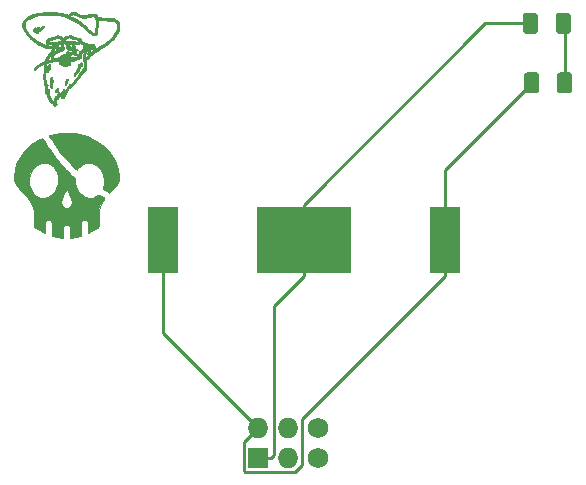
<source format=gbr>
G04 #@! TF.GenerationSoftware,KiCad,Pcbnew,(5.1.2)-1*
G04 #@! TF.CreationDate,2019-07-16T22:45:59-05:00*
G04 #@! TF.ProjectId,1ktwitter,316b7477-6974-4746-9572-2e6b69636164,rev?*
G04 #@! TF.SameCoordinates,Original*
G04 #@! TF.FileFunction,Copper,L2,Bot*
G04 #@! TF.FilePolarity,Positive*
%FSLAX46Y46*%
G04 Gerber Fmt 4.6, Leading zero omitted, Abs format (unit mm)*
G04 Created by KiCad (PCBNEW (5.1.2)-1) date 2019-07-16 22:45:59*
%MOMM*%
%LPD*%
G04 APERTURE LIST*
%ADD10C,0.010000*%
%ADD11C,1.727200*%
%ADD12O,1.727200X1.727200*%
%ADD13R,1.727200X1.727200*%
%ADD14R,8.000000X5.560000*%
%ADD15R,2.600000X5.560000*%
%ADD16C,0.100000*%
%ADD17C,1.250000*%
%ADD18C,0.250000*%
G04 APERTURE END LIST*
D10*
G36*
X-28965583Y3336716D02*
G01*
X-28943655Y3306541D01*
X-28913537Y3262041D01*
X-28877738Y3206902D01*
X-28848641Y3160733D01*
X-28512980Y2643756D01*
X-28162373Y2147250D01*
X-27796711Y1671068D01*
X-27415885Y1215065D01*
X-27278791Y1059979D01*
X-27204116Y978343D01*
X-27115751Y884396D01*
X-27017290Y781755D01*
X-26912322Y674042D01*
X-26804439Y564876D01*
X-26697234Y457876D01*
X-26594296Y356663D01*
X-26499218Y264856D01*
X-26415591Y186075D01*
X-26373622Y147662D01*
X-26223294Y12024D01*
X-26219674Y-143213D01*
X-26203680Y-350668D01*
X-26166153Y-550699D01*
X-26108046Y-741444D01*
X-26030312Y-921043D01*
X-25933904Y-1087635D01*
X-25819775Y-1239358D01*
X-25688879Y-1374352D01*
X-25542169Y-1490756D01*
X-25522666Y-1503973D01*
X-25374243Y-1589794D01*
X-25223792Y-1650683D01*
X-25069696Y-1687106D01*
X-24910340Y-1699527D01*
X-24848208Y-1698058D01*
X-24690158Y-1679666D01*
X-24544129Y-1640192D01*
X-24406073Y-1578228D01*
X-24285088Y-1501918D01*
X-24243372Y-1472408D01*
X-24209961Y-1449563D01*
X-24189800Y-1436725D01*
X-24186293Y-1435100D01*
X-24173306Y-1440878D01*
X-24142054Y-1456779D01*
X-24096511Y-1480655D01*
X-24040649Y-1510356D01*
X-23978443Y-1543734D01*
X-23913865Y-1578640D01*
X-23850890Y-1612924D01*
X-23793490Y-1644437D01*
X-23745640Y-1671031D01*
X-23711312Y-1690557D01*
X-23694480Y-1700866D01*
X-23693658Y-1701533D01*
X-23696090Y-1715540D01*
X-23710631Y-1746057D01*
X-23734937Y-1788705D01*
X-23766668Y-1839102D01*
X-23769566Y-1843502D01*
X-23894375Y-2051368D01*
X-23995984Y-2263331D01*
X-24076474Y-2484335D01*
X-24137595Y-2717800D01*
X-24145362Y-2754111D01*
X-24151891Y-2786912D01*
X-24157319Y-2818802D01*
X-24161785Y-2852385D01*
X-24165425Y-2890260D01*
X-24168378Y-2935029D01*
X-24170780Y-2989295D01*
X-24172770Y-3055657D01*
X-24174484Y-3136719D01*
X-24176062Y-3235080D01*
X-24177639Y-3353343D01*
X-24179353Y-3494108D01*
X-24179562Y-3511550D01*
X-24181283Y-3657653D01*
X-24182829Y-3780555D01*
X-24184451Y-3882451D01*
X-24186401Y-3965536D01*
X-24188932Y-4032005D01*
X-24192295Y-4084054D01*
X-24196743Y-4123876D01*
X-24202528Y-4153668D01*
X-24209902Y-4175624D01*
X-24219116Y-4191940D01*
X-24230424Y-4204811D01*
X-24244078Y-4216431D01*
X-24260328Y-4228996D01*
X-24262124Y-4230404D01*
X-24293605Y-4252644D01*
X-24341717Y-4283407D01*
X-24403267Y-4320907D01*
X-24475058Y-4363358D01*
X-24553896Y-4408975D01*
X-24636584Y-4455972D01*
X-24719927Y-4502564D01*
X-24800731Y-4546963D01*
X-24875799Y-4587386D01*
X-24941937Y-4622046D01*
X-24995948Y-4649157D01*
X-25034638Y-4666933D01*
X-25054812Y-4673590D01*
X-25055177Y-4673600D01*
X-25058908Y-4661037D01*
X-25062283Y-4623896D01*
X-25065274Y-4562997D01*
X-25067850Y-4479157D01*
X-25069982Y-4373198D01*
X-25071640Y-4245939D01*
X-25072013Y-4206875D01*
X-25073119Y-4085717D01*
X-25074188Y-3987291D01*
X-25075395Y-3908928D01*
X-25076914Y-3847960D01*
X-25078920Y-3801720D01*
X-25081586Y-3767540D01*
X-25085088Y-3742752D01*
X-25089599Y-3724687D01*
X-25095295Y-3710679D01*
X-25102349Y-3698059D01*
X-25105626Y-3692743D01*
X-25152487Y-3633606D01*
X-25210761Y-3584289D01*
X-25272617Y-3550964D01*
X-25294356Y-3544044D01*
X-25374145Y-3536347D01*
X-25452140Y-3551452D01*
X-25523322Y-3586968D01*
X-25582671Y-3640503D01*
X-25620603Y-3699518D01*
X-25651945Y-3765550D01*
X-25657357Y-4334026D01*
X-25658640Y-4451773D01*
X-25660149Y-4561611D01*
X-25661825Y-4660953D01*
X-25663610Y-4747212D01*
X-25665447Y-4817803D01*
X-25667278Y-4870139D01*
X-25669043Y-4901632D01*
X-25670308Y-4910041D01*
X-25687617Y-4918190D01*
X-25725122Y-4930488D01*
X-25778198Y-4945705D01*
X-25842217Y-4962616D01*
X-25912550Y-4979992D01*
X-25984572Y-4996608D01*
X-26046388Y-5009771D01*
X-26154091Y-5029986D01*
X-26273839Y-5049741D01*
X-26394606Y-5067356D01*
X-26505366Y-5081153D01*
X-26537817Y-5084580D01*
X-26602484Y-5091027D01*
X-26610842Y-4785007D01*
X-26613293Y-4688910D01*
X-26615459Y-4591741D01*
X-26617231Y-4499517D01*
X-26618495Y-4418255D01*
X-26619141Y-4353974D01*
X-26619200Y-4334487D01*
X-26621087Y-4254179D01*
X-26627964Y-4193120D01*
X-26641655Y-4145355D01*
X-26663984Y-4104932D01*
X-26696774Y-4065897D01*
X-26703649Y-4058840D01*
X-26767970Y-4010533D01*
X-26840959Y-3983339D01*
X-26917918Y-3976773D01*
X-26994153Y-3990348D01*
X-27064968Y-4023578D01*
X-27125665Y-4075976D01*
X-27147885Y-4104869D01*
X-27187619Y-4163856D01*
X-27197033Y-4621928D01*
X-27206446Y-5080000D01*
X-27271598Y-5079941D01*
X-27352000Y-5075809D01*
X-27453306Y-5063907D01*
X-27572425Y-5044789D01*
X-27706264Y-5019011D01*
X-27851732Y-4987127D01*
X-28005736Y-4949693D01*
X-28025250Y-4944698D01*
X-28154949Y-4911315D01*
X-28158600Y-4325732D01*
X-28159446Y-4184662D01*
X-28160282Y-4066620D01*
X-28161420Y-3969234D01*
X-28163175Y-3890134D01*
X-28165859Y-3826949D01*
X-28169785Y-3777310D01*
X-28175268Y-3738845D01*
X-28182620Y-3709183D01*
X-28192155Y-3685955D01*
X-28204187Y-3666789D01*
X-28219027Y-3649315D01*
X-28236991Y-3631162D01*
X-28252419Y-3615957D01*
X-28316222Y-3569037D01*
X-28388971Y-3543034D01*
X-28465726Y-3537594D01*
X-28541547Y-3552364D01*
X-28611495Y-3586993D01*
X-28670631Y-3641127D01*
X-28674603Y-3646105D01*
X-28691280Y-3667799D01*
X-28704854Y-3687683D01*
X-28715646Y-3708533D01*
X-28723974Y-3733127D01*
X-28730158Y-3764239D01*
X-28734517Y-3804646D01*
X-28737369Y-3857125D01*
X-28739035Y-3924450D01*
X-28739832Y-4009398D01*
X-28740082Y-4114746D01*
X-28740100Y-4215769D01*
X-28740326Y-4344037D01*
X-28741037Y-4448566D01*
X-28742289Y-4531015D01*
X-28744134Y-4593039D01*
X-28746626Y-4636297D01*
X-28749820Y-4662446D01*
X-28753768Y-4673144D01*
X-28754923Y-4673600D01*
X-28777474Y-4667157D01*
X-28818399Y-4649042D01*
X-28874553Y-4621077D01*
X-28942791Y-4585083D01*
X-29019966Y-4542881D01*
X-29102934Y-4496293D01*
X-29188549Y-4447140D01*
X-29273666Y-4397244D01*
X-29355139Y-4348425D01*
X-29429822Y-4302506D01*
X-29494571Y-4261307D01*
X-29546240Y-4226649D01*
X-29581683Y-4200355D01*
X-29596411Y-4186341D01*
X-29602528Y-4177395D01*
X-29607654Y-4166855D01*
X-29611910Y-4152457D01*
X-29615412Y-4131937D01*
X-29618282Y-4103032D01*
X-29620636Y-4063479D01*
X-29622595Y-4011013D01*
X-29624277Y-3943373D01*
X-29625800Y-3858294D01*
X-29627285Y-3753512D01*
X-29628849Y-3626765D01*
X-29629727Y-3551918D01*
X-29636704Y-2952750D01*
X-29688703Y-2755900D01*
X-29734101Y-2597950D01*
X-29783409Y-2455801D01*
X-29840267Y-2319854D01*
X-29903177Y-2190454D01*
X-29946874Y-2107963D01*
X-29966074Y-2074129D01*
X-27362931Y-2074129D01*
X-27360346Y-2115910D01*
X-27350917Y-2155426D01*
X-27335162Y-2196193D01*
X-27328998Y-2209800D01*
X-27288278Y-2280779D01*
X-27232455Y-2355399D01*
X-27168681Y-2425057D01*
X-27104107Y-2481150D01*
X-27102336Y-2482457D01*
X-27024115Y-2530496D01*
X-26949954Y-2555100D01*
X-26875609Y-2556837D01*
X-26796838Y-2536275D01*
X-26773341Y-2526569D01*
X-26723365Y-2496191D01*
X-26667179Y-2448704D01*
X-26609996Y-2389689D01*
X-26557030Y-2324724D01*
X-26513491Y-2259387D01*
X-26499345Y-2233324D01*
X-26469005Y-2160940D01*
X-26454719Y-2092840D01*
X-26456314Y-2022185D01*
X-26473619Y-1942138D01*
X-26490649Y-1889101D01*
X-26507866Y-1841260D01*
X-26531678Y-1777210D01*
X-26560480Y-1701078D01*
X-26592665Y-1616991D01*
X-26626628Y-1529077D01*
X-26660763Y-1441461D01*
X-26693464Y-1358273D01*
X-26723125Y-1283638D01*
X-26748141Y-1221684D01*
X-26766905Y-1176538D01*
X-26775332Y-1157422D01*
X-26810353Y-1103773D01*
X-26854011Y-1069656D01*
X-26902257Y-1056376D01*
X-26951039Y-1065238D01*
X-26987592Y-1089025D01*
X-27000650Y-1102968D01*
X-27014679Y-1122868D01*
X-27030560Y-1150764D01*
X-27049173Y-1188695D01*
X-27071399Y-1238701D01*
X-27098119Y-1302822D01*
X-27130214Y-1383096D01*
X-27168566Y-1481564D01*
X-27214055Y-1600263D01*
X-27255036Y-1708150D01*
X-27294452Y-1814012D01*
X-27324432Y-1900025D01*
X-27345492Y-1969703D01*
X-27358152Y-2026566D01*
X-27362931Y-2074129D01*
X-29966074Y-2074129D01*
X-29990636Y-2030848D01*
X-30036380Y-1956608D01*
X-30086025Y-1882741D01*
X-30141488Y-1806744D01*
X-30204686Y-1726115D01*
X-30277537Y-1638352D01*
X-30361959Y-1540954D01*
X-30459869Y-1431417D01*
X-30573186Y-1307241D01*
X-30614208Y-1262710D01*
X-30684420Y-1186323D01*
X-30753437Y-1110662D01*
X-30818114Y-1039216D01*
X-30875304Y-975479D01*
X-30921863Y-922939D01*
X-30954646Y-885090D01*
X-30957497Y-881710D01*
X-31077102Y-725843D01*
X-31176301Y-567898D01*
X-31254067Y-409978D01*
X-31291403Y-304800D01*
X-30079623Y-304800D01*
X-30078605Y-413326D01*
X-30074575Y-503313D01*
X-30066595Y-581533D01*
X-30053730Y-654762D01*
X-30035042Y-729773D01*
X-30009596Y-813342D01*
X-30009137Y-814761D01*
X-29940870Y-989660D01*
X-29855078Y-1148452D01*
X-29752883Y-1290036D01*
X-29635408Y-1413314D01*
X-29503773Y-1517187D01*
X-29359102Y-1600556D01*
X-29202516Y-1662321D01*
X-29121100Y-1684527D01*
X-29061231Y-1693404D01*
X-28984075Y-1697399D01*
X-28897210Y-1696815D01*
X-28808214Y-1691955D01*
X-28724664Y-1683125D01*
X-28654140Y-1670626D01*
X-28632150Y-1664925D01*
X-28493956Y-1613758D01*
X-28355135Y-1542384D01*
X-28222144Y-1454990D01*
X-28101436Y-1355763D01*
X-28010010Y-1261407D01*
X-27882618Y-1094239D01*
X-27778702Y-917431D01*
X-27698232Y-730900D01*
X-27641176Y-534562D01*
X-27607505Y-328332D01*
X-27597149Y-125488D01*
X-27605476Y62756D01*
X-27631306Y236517D01*
X-27675749Y400712D01*
X-27739912Y560258D01*
X-27761968Y605570D01*
X-27852971Y760729D01*
X-27958040Y895874D01*
X-28075359Y1010686D01*
X-28203112Y1104844D01*
X-28339483Y1178026D01*
X-28482658Y1229914D01*
X-28630821Y1260185D01*
X-28782157Y1268521D01*
X-28934850Y1254599D01*
X-29087085Y1218100D01*
X-29237046Y1158704D01*
X-29382918Y1076089D01*
X-29522886Y969936D01*
X-29572254Y925161D01*
X-29707252Y780252D01*
X-29822161Y620842D01*
X-29917377Y446207D01*
X-29993294Y255624D01*
X-30050106Y49283D01*
X-30061652Y-7406D01*
X-30069817Y-60617D01*
X-30075145Y-116892D01*
X-30078181Y-182771D01*
X-30079472Y-264796D01*
X-30079623Y-304800D01*
X-31291403Y-304800D01*
X-31309370Y-254186D01*
X-31341183Y-102624D01*
X-31342140Y-95179D01*
X-31348231Y-5344D01*
X-31347270Y103674D01*
X-31339773Y226813D01*
X-31326256Y359009D01*
X-31307235Y495198D01*
X-31283225Y630318D01*
X-31255313Y756983D01*
X-31173730Y1037163D01*
X-31068332Y1310257D01*
X-30940018Y1575026D01*
X-30789692Y1830235D01*
X-30618253Y2074645D01*
X-30426604Y2307020D01*
X-30215646Y2526122D01*
X-29986280Y2730715D01*
X-29739407Y2919561D01*
X-29620802Y3000417D01*
X-29541477Y3051224D01*
X-29457346Y3102818D01*
X-29371441Y3153558D01*
X-29286791Y3201805D01*
X-29206426Y3245920D01*
X-29133376Y3284263D01*
X-29070671Y3315194D01*
X-29021340Y3337075D01*
X-28988414Y3348265D01*
X-28976810Y3348883D01*
X-28965583Y3336716D01*
X-28965583Y3336716D01*
G37*
X-28965583Y3336716D02*
X-28943655Y3306541D01*
X-28913537Y3262041D01*
X-28877738Y3206902D01*
X-28848641Y3160733D01*
X-28512980Y2643756D01*
X-28162373Y2147250D01*
X-27796711Y1671068D01*
X-27415885Y1215065D01*
X-27278791Y1059979D01*
X-27204116Y978343D01*
X-27115751Y884396D01*
X-27017290Y781755D01*
X-26912322Y674042D01*
X-26804439Y564876D01*
X-26697234Y457876D01*
X-26594296Y356663D01*
X-26499218Y264856D01*
X-26415591Y186075D01*
X-26373622Y147662D01*
X-26223294Y12024D01*
X-26219674Y-143213D01*
X-26203680Y-350668D01*
X-26166153Y-550699D01*
X-26108046Y-741444D01*
X-26030312Y-921043D01*
X-25933904Y-1087635D01*
X-25819775Y-1239358D01*
X-25688879Y-1374352D01*
X-25542169Y-1490756D01*
X-25522666Y-1503973D01*
X-25374243Y-1589794D01*
X-25223792Y-1650683D01*
X-25069696Y-1687106D01*
X-24910340Y-1699527D01*
X-24848208Y-1698058D01*
X-24690158Y-1679666D01*
X-24544129Y-1640192D01*
X-24406073Y-1578228D01*
X-24285088Y-1501918D01*
X-24243372Y-1472408D01*
X-24209961Y-1449563D01*
X-24189800Y-1436725D01*
X-24186293Y-1435100D01*
X-24173306Y-1440878D01*
X-24142054Y-1456779D01*
X-24096511Y-1480655D01*
X-24040649Y-1510356D01*
X-23978443Y-1543734D01*
X-23913865Y-1578640D01*
X-23850890Y-1612924D01*
X-23793490Y-1644437D01*
X-23745640Y-1671031D01*
X-23711312Y-1690557D01*
X-23694480Y-1700866D01*
X-23693658Y-1701533D01*
X-23696090Y-1715540D01*
X-23710631Y-1746057D01*
X-23734937Y-1788705D01*
X-23766668Y-1839102D01*
X-23769566Y-1843502D01*
X-23894375Y-2051368D01*
X-23995984Y-2263331D01*
X-24076474Y-2484335D01*
X-24137595Y-2717800D01*
X-24145362Y-2754111D01*
X-24151891Y-2786912D01*
X-24157319Y-2818802D01*
X-24161785Y-2852385D01*
X-24165425Y-2890260D01*
X-24168378Y-2935029D01*
X-24170780Y-2989295D01*
X-24172770Y-3055657D01*
X-24174484Y-3136719D01*
X-24176062Y-3235080D01*
X-24177639Y-3353343D01*
X-24179353Y-3494108D01*
X-24179562Y-3511550D01*
X-24181283Y-3657653D01*
X-24182829Y-3780555D01*
X-24184451Y-3882451D01*
X-24186401Y-3965536D01*
X-24188932Y-4032005D01*
X-24192295Y-4084054D01*
X-24196743Y-4123876D01*
X-24202528Y-4153668D01*
X-24209902Y-4175624D01*
X-24219116Y-4191940D01*
X-24230424Y-4204811D01*
X-24244078Y-4216431D01*
X-24260328Y-4228996D01*
X-24262124Y-4230404D01*
X-24293605Y-4252644D01*
X-24341717Y-4283407D01*
X-24403267Y-4320907D01*
X-24475058Y-4363358D01*
X-24553896Y-4408975D01*
X-24636584Y-4455972D01*
X-24719927Y-4502564D01*
X-24800731Y-4546963D01*
X-24875799Y-4587386D01*
X-24941937Y-4622046D01*
X-24995948Y-4649157D01*
X-25034638Y-4666933D01*
X-25054812Y-4673590D01*
X-25055177Y-4673600D01*
X-25058908Y-4661037D01*
X-25062283Y-4623896D01*
X-25065274Y-4562997D01*
X-25067850Y-4479157D01*
X-25069982Y-4373198D01*
X-25071640Y-4245939D01*
X-25072013Y-4206875D01*
X-25073119Y-4085717D01*
X-25074188Y-3987291D01*
X-25075395Y-3908928D01*
X-25076914Y-3847960D01*
X-25078920Y-3801720D01*
X-25081586Y-3767540D01*
X-25085088Y-3742752D01*
X-25089599Y-3724687D01*
X-25095295Y-3710679D01*
X-25102349Y-3698059D01*
X-25105626Y-3692743D01*
X-25152487Y-3633606D01*
X-25210761Y-3584289D01*
X-25272617Y-3550964D01*
X-25294356Y-3544044D01*
X-25374145Y-3536347D01*
X-25452140Y-3551452D01*
X-25523322Y-3586968D01*
X-25582671Y-3640503D01*
X-25620603Y-3699518D01*
X-25651945Y-3765550D01*
X-25657357Y-4334026D01*
X-25658640Y-4451773D01*
X-25660149Y-4561611D01*
X-25661825Y-4660953D01*
X-25663610Y-4747212D01*
X-25665447Y-4817803D01*
X-25667278Y-4870139D01*
X-25669043Y-4901632D01*
X-25670308Y-4910041D01*
X-25687617Y-4918190D01*
X-25725122Y-4930488D01*
X-25778198Y-4945705D01*
X-25842217Y-4962616D01*
X-25912550Y-4979992D01*
X-25984572Y-4996608D01*
X-26046388Y-5009771D01*
X-26154091Y-5029986D01*
X-26273839Y-5049741D01*
X-26394606Y-5067356D01*
X-26505366Y-5081153D01*
X-26537817Y-5084580D01*
X-26602484Y-5091027D01*
X-26610842Y-4785007D01*
X-26613293Y-4688910D01*
X-26615459Y-4591741D01*
X-26617231Y-4499517D01*
X-26618495Y-4418255D01*
X-26619141Y-4353974D01*
X-26619200Y-4334487D01*
X-26621087Y-4254179D01*
X-26627964Y-4193120D01*
X-26641655Y-4145355D01*
X-26663984Y-4104932D01*
X-26696774Y-4065897D01*
X-26703649Y-4058840D01*
X-26767970Y-4010533D01*
X-26840959Y-3983339D01*
X-26917918Y-3976773D01*
X-26994153Y-3990348D01*
X-27064968Y-4023578D01*
X-27125665Y-4075976D01*
X-27147885Y-4104869D01*
X-27187619Y-4163856D01*
X-27197033Y-4621928D01*
X-27206446Y-5080000D01*
X-27271598Y-5079941D01*
X-27352000Y-5075809D01*
X-27453306Y-5063907D01*
X-27572425Y-5044789D01*
X-27706264Y-5019011D01*
X-27851732Y-4987127D01*
X-28005736Y-4949693D01*
X-28025250Y-4944698D01*
X-28154949Y-4911315D01*
X-28158600Y-4325732D01*
X-28159446Y-4184662D01*
X-28160282Y-4066620D01*
X-28161420Y-3969234D01*
X-28163175Y-3890134D01*
X-28165859Y-3826949D01*
X-28169785Y-3777310D01*
X-28175268Y-3738845D01*
X-28182620Y-3709183D01*
X-28192155Y-3685955D01*
X-28204187Y-3666789D01*
X-28219027Y-3649315D01*
X-28236991Y-3631162D01*
X-28252419Y-3615957D01*
X-28316222Y-3569037D01*
X-28388971Y-3543034D01*
X-28465726Y-3537594D01*
X-28541547Y-3552364D01*
X-28611495Y-3586993D01*
X-28670631Y-3641127D01*
X-28674603Y-3646105D01*
X-28691280Y-3667799D01*
X-28704854Y-3687683D01*
X-28715646Y-3708533D01*
X-28723974Y-3733127D01*
X-28730158Y-3764239D01*
X-28734517Y-3804646D01*
X-28737369Y-3857125D01*
X-28739035Y-3924450D01*
X-28739832Y-4009398D01*
X-28740082Y-4114746D01*
X-28740100Y-4215769D01*
X-28740326Y-4344037D01*
X-28741037Y-4448566D01*
X-28742289Y-4531015D01*
X-28744134Y-4593039D01*
X-28746626Y-4636297D01*
X-28749820Y-4662446D01*
X-28753768Y-4673144D01*
X-28754923Y-4673600D01*
X-28777474Y-4667157D01*
X-28818399Y-4649042D01*
X-28874553Y-4621077D01*
X-28942791Y-4585083D01*
X-29019966Y-4542881D01*
X-29102934Y-4496293D01*
X-29188549Y-4447140D01*
X-29273666Y-4397244D01*
X-29355139Y-4348425D01*
X-29429822Y-4302506D01*
X-29494571Y-4261307D01*
X-29546240Y-4226649D01*
X-29581683Y-4200355D01*
X-29596411Y-4186341D01*
X-29602528Y-4177395D01*
X-29607654Y-4166855D01*
X-29611910Y-4152457D01*
X-29615412Y-4131937D01*
X-29618282Y-4103032D01*
X-29620636Y-4063479D01*
X-29622595Y-4011013D01*
X-29624277Y-3943373D01*
X-29625800Y-3858294D01*
X-29627285Y-3753512D01*
X-29628849Y-3626765D01*
X-29629727Y-3551918D01*
X-29636704Y-2952750D01*
X-29688703Y-2755900D01*
X-29734101Y-2597950D01*
X-29783409Y-2455801D01*
X-29840267Y-2319854D01*
X-29903177Y-2190454D01*
X-29946874Y-2107963D01*
X-29966074Y-2074129D01*
X-27362931Y-2074129D01*
X-27360346Y-2115910D01*
X-27350917Y-2155426D01*
X-27335162Y-2196193D01*
X-27328998Y-2209800D01*
X-27288278Y-2280779D01*
X-27232455Y-2355399D01*
X-27168681Y-2425057D01*
X-27104107Y-2481150D01*
X-27102336Y-2482457D01*
X-27024115Y-2530496D01*
X-26949954Y-2555100D01*
X-26875609Y-2556837D01*
X-26796838Y-2536275D01*
X-26773341Y-2526569D01*
X-26723365Y-2496191D01*
X-26667179Y-2448704D01*
X-26609996Y-2389689D01*
X-26557030Y-2324724D01*
X-26513491Y-2259387D01*
X-26499345Y-2233324D01*
X-26469005Y-2160940D01*
X-26454719Y-2092840D01*
X-26456314Y-2022185D01*
X-26473619Y-1942138D01*
X-26490649Y-1889101D01*
X-26507866Y-1841260D01*
X-26531678Y-1777210D01*
X-26560480Y-1701078D01*
X-26592665Y-1616991D01*
X-26626628Y-1529077D01*
X-26660763Y-1441461D01*
X-26693464Y-1358273D01*
X-26723125Y-1283638D01*
X-26748141Y-1221684D01*
X-26766905Y-1176538D01*
X-26775332Y-1157422D01*
X-26810353Y-1103773D01*
X-26854011Y-1069656D01*
X-26902257Y-1056376D01*
X-26951039Y-1065238D01*
X-26987592Y-1089025D01*
X-27000650Y-1102968D01*
X-27014679Y-1122868D01*
X-27030560Y-1150764D01*
X-27049173Y-1188695D01*
X-27071399Y-1238701D01*
X-27098119Y-1302822D01*
X-27130214Y-1383096D01*
X-27168566Y-1481564D01*
X-27214055Y-1600263D01*
X-27255036Y-1708150D01*
X-27294452Y-1814012D01*
X-27324432Y-1900025D01*
X-27345492Y-1969703D01*
X-27358152Y-2026566D01*
X-27362931Y-2074129D01*
X-29966074Y-2074129D01*
X-29990636Y-2030848D01*
X-30036380Y-1956608D01*
X-30086025Y-1882741D01*
X-30141488Y-1806744D01*
X-30204686Y-1726115D01*
X-30277537Y-1638352D01*
X-30361959Y-1540954D01*
X-30459869Y-1431417D01*
X-30573186Y-1307241D01*
X-30614208Y-1262710D01*
X-30684420Y-1186323D01*
X-30753437Y-1110662D01*
X-30818114Y-1039216D01*
X-30875304Y-975479D01*
X-30921863Y-922939D01*
X-30954646Y-885090D01*
X-30957497Y-881710D01*
X-31077102Y-725843D01*
X-31176301Y-567898D01*
X-31254067Y-409978D01*
X-31291403Y-304800D01*
X-30079623Y-304800D01*
X-30078605Y-413326D01*
X-30074575Y-503313D01*
X-30066595Y-581533D01*
X-30053730Y-654762D01*
X-30035042Y-729773D01*
X-30009596Y-813342D01*
X-30009137Y-814761D01*
X-29940870Y-989660D01*
X-29855078Y-1148452D01*
X-29752883Y-1290036D01*
X-29635408Y-1413314D01*
X-29503773Y-1517187D01*
X-29359102Y-1600556D01*
X-29202516Y-1662321D01*
X-29121100Y-1684527D01*
X-29061231Y-1693404D01*
X-28984075Y-1697399D01*
X-28897210Y-1696815D01*
X-28808214Y-1691955D01*
X-28724664Y-1683125D01*
X-28654140Y-1670626D01*
X-28632150Y-1664925D01*
X-28493956Y-1613758D01*
X-28355135Y-1542384D01*
X-28222144Y-1454990D01*
X-28101436Y-1355763D01*
X-28010010Y-1261407D01*
X-27882618Y-1094239D01*
X-27778702Y-917431D01*
X-27698232Y-730900D01*
X-27641176Y-534562D01*
X-27607505Y-328332D01*
X-27597149Y-125488D01*
X-27605476Y62756D01*
X-27631306Y236517D01*
X-27675749Y400712D01*
X-27739912Y560258D01*
X-27761968Y605570D01*
X-27852971Y760729D01*
X-27958040Y895874D01*
X-28075359Y1010686D01*
X-28203112Y1104844D01*
X-28339483Y1178026D01*
X-28482658Y1229914D01*
X-28630821Y1260185D01*
X-28782157Y1268521D01*
X-28934850Y1254599D01*
X-29087085Y1218100D01*
X-29237046Y1158704D01*
X-29382918Y1076089D01*
X-29522886Y969936D01*
X-29572254Y925161D01*
X-29707252Y780252D01*
X-29822161Y620842D01*
X-29917377Y446207D01*
X-29993294Y255624D01*
X-30050106Y49283D01*
X-30061652Y-7406D01*
X-30069817Y-60617D01*
X-30075145Y-116892D01*
X-30078181Y-182771D01*
X-30079472Y-264796D01*
X-30079623Y-304800D01*
X-31291403Y-304800D01*
X-31309370Y-254186D01*
X-31341183Y-102624D01*
X-31342140Y-95179D01*
X-31348231Y-5344D01*
X-31347270Y103674D01*
X-31339773Y226813D01*
X-31326256Y359009D01*
X-31307235Y495198D01*
X-31283225Y630318D01*
X-31255313Y756983D01*
X-31173730Y1037163D01*
X-31068332Y1310257D01*
X-30940018Y1575026D01*
X-30789692Y1830235D01*
X-30618253Y2074645D01*
X-30426604Y2307020D01*
X-30215646Y2526122D01*
X-29986280Y2730715D01*
X-29739407Y2919561D01*
X-29620802Y3000417D01*
X-29541477Y3051224D01*
X-29457346Y3102818D01*
X-29371441Y3153558D01*
X-29286791Y3201805D01*
X-29206426Y3245920D01*
X-29133376Y3284263D01*
X-29070671Y3315194D01*
X-29021340Y3337075D01*
X-28988414Y3348265D01*
X-28976810Y3348883D01*
X-28965583Y3336716D01*
G36*
X-23266400Y-1263650D02*
G01*
X-23272750Y-1270000D01*
X-23279100Y-1263650D01*
X-23272750Y-1257300D01*
X-23266400Y-1263650D01*
X-23266400Y-1263650D01*
G37*
X-23266400Y-1263650D02*
X-23272750Y-1270000D01*
X-23279100Y-1263650D01*
X-23272750Y-1257300D01*
X-23266400Y-1263650D01*
G36*
X-26752645Y3794382D02*
G01*
X-26632839Y3791385D01*
X-26530968Y3785864D01*
X-26530300Y3785814D01*
X-26175352Y3747156D01*
X-25829035Y3685587D01*
X-25492226Y3601426D01*
X-25165805Y3494991D01*
X-24850649Y3366603D01*
X-24547634Y3216580D01*
X-24257640Y3045243D01*
X-23995272Y2863221D01*
X-23746554Y2662763D01*
X-23518225Y2448965D01*
X-23310785Y2222556D01*
X-23124735Y1984266D01*
X-22960574Y1734826D01*
X-22818804Y1474965D01*
X-22699924Y1205412D01*
X-22604436Y926899D01*
X-22563073Y774241D01*
X-22528706Y624284D01*
X-22503507Y487684D01*
X-22486100Y354692D01*
X-22475110Y215556D01*
X-22470871Y120650D01*
X-22468482Y42799D01*
X-22467727Y-15604D01*
X-22469097Y-60486D01*
X-22473083Y-97774D01*
X-22480175Y-133395D01*
X-22490864Y-173274D01*
X-22496926Y-194013D01*
X-22556967Y-354961D01*
X-22642314Y-517343D01*
X-22752920Y-681079D01*
X-22870474Y-825500D01*
X-22905138Y-864026D01*
X-22949050Y-911395D01*
X-22999254Y-964570D01*
X-23052791Y-1020518D01*
X-23106706Y-1076200D01*
X-23158041Y-1128581D01*
X-23203839Y-1174627D01*
X-23241143Y-1211299D01*
X-23266996Y-1235564D01*
X-23278442Y-1244384D01*
X-23278473Y-1244384D01*
X-23291278Y-1238699D01*
X-23323256Y-1222902D01*
X-23371088Y-1198678D01*
X-23431455Y-1167714D01*
X-23501038Y-1131697D01*
X-23534630Y-1114209D01*
X-23609117Y-1075150D01*
X-23677469Y-1038912D01*
X-23735943Y-1007511D01*
X-23780795Y-982963D01*
X-23808282Y-967286D01*
X-23813470Y-964022D01*
X-23843130Y-943795D01*
X-23808599Y-830672D01*
X-23757139Y-623347D01*
X-23730558Y-418820D01*
X-23728801Y-215065D01*
X-23751810Y-10052D01*
X-23781603Y131224D01*
X-23840874Y320896D01*
X-23920737Y500179D01*
X-24019625Y666790D01*
X-24135971Y818451D01*
X-24268208Y952879D01*
X-24414771Y1067794D01*
X-24433762Y1080504D01*
X-24575870Y1159993D01*
X-24725778Y1217970D01*
X-24880433Y1254138D01*
X-25036785Y1268201D01*
X-25191780Y1259860D01*
X-25342366Y1228819D01*
X-25471135Y1181441D01*
X-25593350Y1114349D01*
X-25713380Y1026280D01*
X-25826362Y921511D01*
X-25927434Y804325D01*
X-25974986Y737933D01*
X-26046068Y631315D01*
X-26340234Y922083D01*
X-26625422Y1212441D01*
X-26897834Y1507547D01*
X-27159995Y1810562D01*
X-27414427Y2124649D01*
X-27663655Y2452968D01*
X-27910201Y2798683D01*
X-28156589Y3164955D01*
X-28269214Y3339093D01*
X-28320004Y3420028D01*
X-28358908Y3485216D01*
X-28385185Y3533324D01*
X-28398099Y3563021D01*
X-28398562Y3572419D01*
X-28376562Y3584320D01*
X-28332823Y3599511D01*
X-28270684Y3617268D01*
X-28193487Y3636871D01*
X-28104571Y3657596D01*
X-28007279Y3678721D01*
X-27904950Y3699523D01*
X-27800926Y3719281D01*
X-27698547Y3737271D01*
X-27601155Y3752772D01*
X-27512090Y3765061D01*
X-27501850Y3766318D01*
X-27404281Y3775857D01*
X-27287549Y3783616D01*
X-27157836Y3789473D01*
X-27021326Y3793302D01*
X-26884201Y3794980D01*
X-26752645Y3794382D01*
X-26752645Y3794382D01*
G37*
X-26752645Y3794382D02*
X-26632839Y3791385D01*
X-26530968Y3785864D01*
X-26530300Y3785814D01*
X-26175352Y3747156D01*
X-25829035Y3685587D01*
X-25492226Y3601426D01*
X-25165805Y3494991D01*
X-24850649Y3366603D01*
X-24547634Y3216580D01*
X-24257640Y3045243D01*
X-23995272Y2863221D01*
X-23746554Y2662763D01*
X-23518225Y2448965D01*
X-23310785Y2222556D01*
X-23124735Y1984266D01*
X-22960574Y1734826D01*
X-22818804Y1474965D01*
X-22699924Y1205412D01*
X-22604436Y926899D01*
X-22563073Y774241D01*
X-22528706Y624284D01*
X-22503507Y487684D01*
X-22486100Y354692D01*
X-22475110Y215556D01*
X-22470871Y120650D01*
X-22468482Y42799D01*
X-22467727Y-15604D01*
X-22469097Y-60486D01*
X-22473083Y-97774D01*
X-22480175Y-133395D01*
X-22490864Y-173274D01*
X-22496926Y-194013D01*
X-22556967Y-354961D01*
X-22642314Y-517343D01*
X-22752920Y-681079D01*
X-22870474Y-825500D01*
X-22905138Y-864026D01*
X-22949050Y-911395D01*
X-22999254Y-964570D01*
X-23052791Y-1020518D01*
X-23106706Y-1076200D01*
X-23158041Y-1128581D01*
X-23203839Y-1174627D01*
X-23241143Y-1211299D01*
X-23266996Y-1235564D01*
X-23278442Y-1244384D01*
X-23278473Y-1244384D01*
X-23291278Y-1238699D01*
X-23323256Y-1222902D01*
X-23371088Y-1198678D01*
X-23431455Y-1167714D01*
X-23501038Y-1131697D01*
X-23534630Y-1114209D01*
X-23609117Y-1075150D01*
X-23677469Y-1038912D01*
X-23735943Y-1007511D01*
X-23780795Y-982963D01*
X-23808282Y-967286D01*
X-23813470Y-964022D01*
X-23843130Y-943795D01*
X-23808599Y-830672D01*
X-23757139Y-623347D01*
X-23730558Y-418820D01*
X-23728801Y-215065D01*
X-23751810Y-10052D01*
X-23781603Y131224D01*
X-23840874Y320896D01*
X-23920737Y500179D01*
X-24019625Y666790D01*
X-24135971Y818451D01*
X-24268208Y952879D01*
X-24414771Y1067794D01*
X-24433762Y1080504D01*
X-24575870Y1159993D01*
X-24725778Y1217970D01*
X-24880433Y1254138D01*
X-25036785Y1268201D01*
X-25191780Y1259860D01*
X-25342366Y1228819D01*
X-25471135Y1181441D01*
X-25593350Y1114349D01*
X-25713380Y1026280D01*
X-25826362Y921511D01*
X-25927434Y804325D01*
X-25974986Y737933D01*
X-26046068Y631315D01*
X-26340234Y922083D01*
X-26625422Y1212441D01*
X-26897834Y1507547D01*
X-27159995Y1810562D01*
X-27414427Y2124649D01*
X-27663655Y2452968D01*
X-27910201Y2798683D01*
X-28156589Y3164955D01*
X-28269214Y3339093D01*
X-28320004Y3420028D01*
X-28358908Y3485216D01*
X-28385185Y3533324D01*
X-28398099Y3563021D01*
X-28398562Y3572419D01*
X-28376562Y3584320D01*
X-28332823Y3599511D01*
X-28270684Y3617268D01*
X-28193487Y3636871D01*
X-28104571Y3657596D01*
X-28007279Y3678721D01*
X-27904950Y3699523D01*
X-27800926Y3719281D01*
X-27698547Y3737271D01*
X-27601155Y3752772D01*
X-27512090Y3765061D01*
X-27501850Y3766318D01*
X-27404281Y3775857D01*
X-27287549Y3783616D01*
X-27157836Y3789473D01*
X-27021326Y3793302D01*
X-26884201Y3794980D01*
X-26752645Y3794382D01*
G36*
X-26340700Y14062154D02*
G01*
X-26289990Y14049652D01*
X-26227585Y14027920D01*
X-26150561Y13995996D01*
X-26055993Y13952920D01*
X-25996900Y13924828D01*
X-25898422Y13878258D01*
X-25817323Y13842363D01*
X-25748542Y13815927D01*
X-25687012Y13797737D01*
X-25627671Y13786577D01*
X-25565453Y13781232D01*
X-25495294Y13780487D01*
X-25412131Y13783127D01*
X-25407183Y13783342D01*
X-25321279Y13788674D01*
X-25244102Y13797502D01*
X-25165350Y13811382D01*
X-25074720Y13831870D01*
X-25057100Y13836194D01*
X-24921320Y13866503D01*
X-24806000Y13884951D01*
X-24709238Y13891724D01*
X-24629135Y13887010D01*
X-24598721Y13881355D01*
X-24521386Y13858090D01*
X-24449490Y13826629D01*
X-24386964Y13789651D01*
X-24337741Y13749837D01*
X-24305751Y13709867D01*
X-24294906Y13674284D01*
X-24289906Y13642964D01*
X-24273189Y13619411D01*
X-24241436Y13601881D01*
X-24191331Y13588630D01*
X-24119554Y13577916D01*
X-24109160Y13576699D01*
X-24053641Y13571898D01*
X-23981349Y13567886D01*
X-23900903Y13565032D01*
X-23820926Y13563708D01*
X-23806150Y13563660D01*
X-23688699Y13562168D01*
X-23564846Y13558114D01*
X-23440496Y13551866D01*
X-23321549Y13543791D01*
X-23213911Y13534258D01*
X-23123483Y13523633D01*
X-23094420Y13519315D01*
X-22941303Y13487595D01*
X-22810265Y13444424D01*
X-22700172Y13388661D01*
X-22609889Y13319164D01*
X-22538281Y13234789D01*
X-22484213Y13134397D01*
X-22446551Y13016843D01*
X-22424159Y12880987D01*
X-22420596Y12841174D01*
X-22419574Y12720316D01*
X-22435387Y12598948D01*
X-22468878Y12474943D01*
X-22520890Y12346176D01*
X-22592269Y12210518D01*
X-22683856Y12065842D01*
X-22782783Y11928129D01*
X-22822988Y11875648D01*
X-22862413Y11826508D01*
X-22902498Y11779573D01*
X-22944686Y11733704D01*
X-22990417Y11687765D01*
X-23041134Y11640620D01*
X-23098278Y11591131D01*
X-23163290Y11538162D01*
X-23237612Y11480575D01*
X-23322686Y11417234D01*
X-23419953Y11347002D01*
X-23530855Y11268742D01*
X-23656833Y11181318D01*
X-23799330Y11083591D01*
X-23959785Y10974426D01*
X-24139642Y10852685D01*
X-24187150Y10820595D01*
X-24340012Y10716977D01*
X-24473049Y10625826D01*
X-24587823Y10545903D01*
X-24685894Y10475970D01*
X-24768824Y10414789D01*
X-24838173Y10361122D01*
X-24895503Y10313731D01*
X-24942373Y10271376D01*
X-24980346Y10232821D01*
X-25010982Y10196826D01*
X-25035843Y10162153D01*
X-25053131Y10133630D01*
X-25091879Y10075554D01*
X-25133744Y10038022D01*
X-25185005Y10016375D01*
X-25220509Y10009403D01*
X-25279350Y10001036D01*
X-25282386Y9931293D01*
X-25282353Y9899287D01*
X-25280649Y9846337D01*
X-25277490Y9776830D01*
X-25273089Y9695152D01*
X-25267661Y9605690D01*
X-25263153Y9537700D01*
X-25240885Y9213850D01*
X-25376965Y9055100D01*
X-25432253Y8989632D01*
X-25496791Y8911380D01*
X-25571474Y8819222D01*
X-25657197Y8712035D01*
X-25754854Y8588695D01*
X-25865339Y8448079D01*
X-25989549Y8289064D01*
X-26085800Y8165356D01*
X-26168616Y8061217D01*
X-26247889Y7966255D01*
X-26321873Y7882303D01*
X-26388818Y7811195D01*
X-26446978Y7754763D01*
X-26494604Y7714842D01*
X-26529947Y7693265D01*
X-26538598Y7690487D01*
X-26579812Y7671366D01*
X-26628584Y7631354D01*
X-26683020Y7573136D01*
X-26741229Y7499398D01*
X-26801319Y7412827D01*
X-26861399Y7316107D01*
X-26919576Y7211926D01*
X-26973958Y7102968D01*
X-27011218Y7019492D01*
X-27038639Y6956391D01*
X-27066098Y6896219D01*
X-27090348Y6845914D01*
X-27107692Y6813188D01*
X-27150046Y6757923D01*
X-27196359Y6727177D01*
X-27244271Y6720868D01*
X-27291424Y6738912D01*
X-27335456Y6781226D01*
X-27361484Y6822077D01*
X-27382929Y6861040D01*
X-27401044Y6892002D01*
X-27409773Y6905291D01*
X-27430124Y6913168D01*
X-27460641Y6899777D01*
X-27499613Y6866303D01*
X-27545333Y6813932D01*
X-27549918Y6808078D01*
X-27608617Y6741651D01*
X-27662882Y6699540D01*
X-27713472Y6681199D01*
X-27727275Y6680248D01*
X-27762200Y6680200D01*
X-27762277Y6562725D01*
X-27763323Y6493323D01*
X-27766018Y6417437D01*
X-27769816Y6349796D01*
X-27770509Y6340475D01*
X-27774057Y6289008D01*
X-27774364Y6257815D01*
X-27770701Y6241893D01*
X-27762340Y6236243D01*
X-27755242Y6235700D01*
X-27744366Y6232496D01*
X-27748830Y6220404D01*
X-27770294Y6195709D01*
X-27775584Y6190167D01*
X-27819555Y6150516D01*
X-27862631Y6122222D01*
X-27898358Y6109351D01*
X-27904445Y6108990D01*
X-27926117Y6114286D01*
X-27958492Y6126984D01*
X-27965400Y6130141D01*
X-27993832Y6148951D01*
X-28035260Y6183507D01*
X-28086188Y6230238D01*
X-28143118Y6285572D01*
X-28202556Y6345939D01*
X-28261003Y6407768D01*
X-28314962Y6467487D01*
X-28360939Y6521526D01*
X-28395435Y6566313D01*
X-28402332Y6576363D01*
X-28460826Y6677134D01*
X-28500651Y6777333D01*
X-28524436Y6885179D01*
X-28533963Y6988175D01*
X-28537284Y7043554D01*
X-28541231Y7088059D01*
X-28545262Y7116531D01*
X-28548224Y7124297D01*
X-28563256Y7117133D01*
X-28580603Y7105247D01*
X-28612447Y7090196D01*
X-28634285Y7086600D01*
X-28652506Y7088937D01*
X-28668050Y7097428D01*
X-28681430Y7114300D01*
X-28693162Y7141777D01*
X-28703759Y7182083D01*
X-28713736Y7237445D01*
X-28723608Y7310087D01*
X-28733890Y7402233D01*
X-28745095Y7516109D01*
X-28752761Y7598925D01*
X-28766909Y7745479D01*
X-28780927Y7871354D01*
X-28795502Y7981257D01*
X-28811319Y8079896D01*
X-28829062Y8171979D01*
X-28849211Y8261350D01*
X-28863425Y8328423D01*
X-28872989Y8394925D01*
X-28877703Y8462627D01*
X-28714834Y8462627D01*
X-28713500Y8428296D01*
X-28709331Y8404147D01*
X-28701748Y8385115D01*
X-28690172Y8366135D01*
X-28685936Y8359843D01*
X-28656837Y8302026D01*
X-28637577Y8227677D01*
X-28627589Y8133982D01*
X-28625800Y8061335D01*
X-28625089Y8005856D01*
X-28622641Y7972610D01*
X-28617982Y7958463D01*
X-28610639Y7960282D01*
X-28610560Y7960361D01*
X-28585801Y7973084D01*
X-28568650Y7975600D01*
X-28539506Y7968723D01*
X-28526741Y7960361D01*
X-28519021Y7938723D01*
X-28514440Y7893370D01*
X-28513015Y7825793D01*
X-28514762Y7737486D01*
X-28519700Y7629941D01*
X-28522371Y7585062D01*
X-28525278Y7531092D01*
X-28526675Y7488042D01*
X-28526447Y7461204D01*
X-28525201Y7454887D01*
X-28512651Y7462315D01*
X-28499801Y7472961D01*
X-28459618Y7496699D01*
X-28419124Y7499451D01*
X-28385601Y7481401D01*
X-28369854Y7457692D01*
X-28361197Y7422928D01*
X-28359473Y7373623D01*
X-28364527Y7306291D01*
X-28374365Y7229991D01*
X-28382224Y7099582D01*
X-28366672Y6974607D01*
X-28327118Y6852616D01*
X-28262973Y6731158D01*
X-28248714Y6709080D01*
X-28224005Y6675459D01*
X-28189366Y6633124D01*
X-28148175Y6585676D01*
X-28103808Y6536712D01*
X-28059643Y6489831D01*
X-28019057Y6448632D01*
X-27985427Y6416715D01*
X-27962131Y6397677D01*
X-27953183Y6394152D01*
X-27949551Y6408181D01*
X-27945606Y6443157D01*
X-27941708Y6494638D01*
X-27938217Y6558178D01*
X-27936462Y6600394D01*
X-27932095Y6694177D01*
X-27926223Y6766371D01*
X-27918029Y6820776D01*
X-27906695Y6861195D01*
X-27891404Y6891428D01*
X-27871339Y6915276D01*
X-27868098Y6918325D01*
X-27834056Y6941353D01*
X-27801045Y6943336D01*
X-27763675Y6923790D01*
X-27743166Y6907110D01*
X-27715523Y6885075D01*
X-27696168Y6873767D01*
X-27691559Y6873608D01*
X-27688054Y6888001D01*
X-27683165Y6922529D01*
X-27677542Y6972008D01*
X-27671868Y7030873D01*
X-27669533Y7054850D01*
X-27227516Y7054850D01*
X-27226621Y6991350D01*
X-27190236Y7067550D01*
X-27171471Y7108992D01*
X-27158112Y7142569D01*
X-27153226Y7160072D01*
X-27157383Y7169882D01*
X-27175062Y7164467D01*
X-27181175Y7161346D01*
X-27207585Y7144068D01*
X-27221785Y7122477D01*
X-27227167Y7088782D01*
X-27227516Y7054850D01*
X-27669533Y7054850D01*
X-27664277Y7108803D01*
X-27656742Y7164821D01*
X-27648137Y7202389D01*
X-27637337Y7224967D01*
X-27623215Y7236017D01*
X-27604645Y7238999D01*
X-27604170Y7239000D01*
X-27578170Y7233049D01*
X-27559890Y7212512D01*
X-27546860Y7173361D01*
X-27539739Y7134069D01*
X-27532513Y7097413D01*
X-27524410Y7072662D01*
X-27520715Y7067436D01*
X-27506715Y7071800D01*
X-27481436Y7095791D01*
X-27444406Y7139965D01*
X-27395156Y7204878D01*
X-27343511Y7276521D01*
X-27285545Y7355941D01*
X-27238169Y7415242D01*
X-27199444Y7456403D01*
X-27167428Y7481397D01*
X-27140183Y7492203D01*
X-27130952Y7493000D01*
X-27093363Y7483732D01*
X-27063975Y7460451D01*
X-27051072Y7429942D01*
X-27051000Y7427532D01*
X-27048275Y7409104D01*
X-27039046Y7407941D01*
X-27021739Y7425431D01*
X-26994776Y7462963D01*
X-26972859Y7496377D01*
X-26936786Y7549745D01*
X-26892293Y7611689D01*
X-26847270Y7671312D01*
X-26833426Y7688892D01*
X-26793364Y7742139D01*
X-26754792Y7798642D01*
X-26723929Y7849105D01*
X-26714717Y7866351D01*
X-26682992Y7920972D01*
X-26651730Y7953226D01*
X-26616889Y7965744D01*
X-26574425Y7961155D01*
X-26570597Y7960133D01*
X-26544931Y7954263D01*
X-26525950Y7956265D01*
X-26506566Y7969569D01*
X-26479690Y7997607D01*
X-26469351Y8009131D01*
X-26382664Y8107897D01*
X-26293941Y8212280D01*
X-26205484Y8319326D01*
X-26119595Y8426082D01*
X-26038576Y8529595D01*
X-25964730Y8626911D01*
X-25900358Y8715076D01*
X-25847763Y8791138D01*
X-25809246Y8852142D01*
X-25801240Y8866228D01*
X-25761085Y8931152D01*
X-25718408Y8986209D01*
X-25677175Y9026898D01*
X-25641351Y9048719D01*
X-25640124Y9049124D01*
X-25622599Y9058654D01*
X-25617041Y9077280D01*
X-25619424Y9106307D01*
X-25617856Y9156028D01*
X-25599316Y9190466D01*
X-25565729Y9206647D01*
X-25553894Y9207500D01*
X-25514310Y9219538D01*
X-25477993Y9253013D01*
X-25447679Y9303966D01*
X-25426103Y9368442D01*
X-25419885Y9401420D01*
X-25418032Y9434019D01*
X-25418349Y9485615D01*
X-25420477Y9549931D01*
X-25424058Y9620689D01*
X-25428734Y9691611D01*
X-25434145Y9756422D01*
X-25439934Y9808842D01*
X-25444863Y9838877D01*
X-25456306Y9859381D01*
X-25468998Y9860120D01*
X-25490031Y9863283D01*
X-25513319Y9879619D01*
X-25525116Y9894007D01*
X-25532795Y9912457D01*
X-25537213Y9940328D01*
X-25539228Y9982978D01*
X-25539700Y10044298D01*
X-25534288Y10172960D01*
X-25521546Y10263273D01*
X-25360186Y10263273D01*
X-25358764Y10234353D01*
X-25357345Y10229946D01*
X-25340265Y10216440D01*
X-25309258Y10211069D01*
X-25274560Y10214132D01*
X-25246404Y10225927D01*
X-25245445Y10226675D01*
X-25227909Y10245663D01*
X-25203212Y10278112D01*
X-25183998Y10306050D01*
X-25155386Y10347306D01*
X-25126842Y10384891D01*
X-25112086Y10402303D01*
X-25081912Y10435055D01*
X-25113956Y10449656D01*
X-25138964Y10473934D01*
X-25146016Y10515080D01*
X-25136385Y10565545D01*
X-24944112Y10565545D01*
X-24803544Y10668805D01*
X-24750954Y10708435D01*
X-24705396Y10744636D01*
X-24671086Y10773921D01*
X-24652242Y10792801D01*
X-24650488Y10795398D01*
X-24641901Y10826283D01*
X-24638308Y10869717D01*
X-24640092Y10913268D01*
X-24645974Y10940701D01*
X-24653753Y10952580D01*
X-24666610Y10948327D01*
X-24685176Y10932214D01*
X-24706928Y10915655D01*
X-24732376Y10907274D01*
X-24770122Y10905009D01*
X-24796424Y10905529D01*
X-24849259Y10904560D01*
X-24885302Y10895059D01*
X-24907832Y10873161D01*
X-24920125Y10835001D01*
X-24925459Y10776715D01*
X-24926250Y10752415D01*
X-24928419Y10697547D01*
X-24931825Y10647255D01*
X-24935792Y10611159D01*
X-24936451Y10607248D01*
X-24944112Y10565545D01*
X-25136385Y10565545D01*
X-25135147Y10572029D01*
X-25107890Y10640566D01*
X-25088940Y10681961D01*
X-25075299Y10714305D01*
X-25069810Y10730847D01*
X-25069800Y10731096D01*
X-25080597Y10738818D01*
X-25106592Y10749091D01*
X-25138196Y10758931D01*
X-25165821Y10765349D01*
X-25179861Y10765374D01*
X-25185299Y10752967D01*
X-25197276Y10722408D01*
X-25213577Y10679388D01*
X-25220337Y10661247D01*
X-25243326Y10600189D01*
X-25270689Y10528829D01*
X-25297330Y10460434D01*
X-25303124Y10445750D01*
X-25333066Y10366182D01*
X-25351853Y10306286D01*
X-25360186Y10263273D01*
X-25521546Y10263273D01*
X-25516956Y10295803D01*
X-25486060Y10421760D01*
X-25449988Y10532135D01*
X-25430409Y10587434D01*
X-25414428Y10633359D01*
X-25403731Y10665005D01*
X-25400000Y10677406D01*
X-25408655Y10673989D01*
X-25429946Y10658943D01*
X-25434584Y10655340D01*
X-25470880Y10635707D01*
X-25509391Y10635683D01*
X-25550484Y10631543D01*
X-25586172Y10603132D01*
X-25616162Y10551060D01*
X-25640165Y10475937D01*
X-25657889Y10378370D01*
X-25665446Y10308654D01*
X-25673925Y10230795D01*
X-25684861Y10175139D01*
X-25699715Y10138512D01*
X-25719947Y10117736D01*
X-25747019Y10109635D01*
X-25757148Y10109200D01*
X-25797119Y10120803D01*
X-25836746Y10152276D01*
X-25870542Y10198614D01*
X-25882647Y10223612D01*
X-25898273Y10250612D01*
X-25915369Y10255591D01*
X-25919341Y10254217D01*
X-25962296Y10245537D01*
X-25995425Y10260228D01*
X-26018578Y10298175D01*
X-26028687Y10338016D01*
X-26036910Y10386689D01*
X-26119796Y10386211D01*
X-26170965Y10387886D01*
X-26206356Y10395112D01*
X-26235371Y10410115D01*
X-26242665Y10415293D01*
X-26266999Y10430262D01*
X-26295586Y10439964D01*
X-26335295Y10445926D01*
X-26392996Y10449675D01*
X-26398444Y10449919D01*
X-26450593Y10452258D01*
X-26486603Y10451569D01*
X-26512238Y10444445D01*
X-26533261Y10427479D01*
X-26555436Y10397265D01*
X-26584527Y10350397D01*
X-26594600Y10333982D01*
X-26629634Y10287751D01*
X-26672914Y10255205D01*
X-26698704Y10242031D01*
X-26770482Y10217655D01*
X-26843114Y10212858D01*
X-26922651Y10227666D01*
X-26968815Y10243148D01*
X-27030593Y10262945D01*
X-27075861Y10269082D01*
X-27094152Y10267186D01*
X-27137075Y10253115D01*
X-27187123Y10229616D01*
X-27234670Y10201884D01*
X-27270091Y10175115D01*
X-27276146Y10168932D01*
X-27290459Y10151292D01*
X-27285836Y10147296D01*
X-27263164Y10152132D01*
X-27225418Y10158517D01*
X-27165756Y10165105D01*
X-27087657Y10171750D01*
X-26994603Y10178304D01*
X-26890075Y10184623D01*
X-26777553Y10190560D01*
X-26660517Y10195969D01*
X-26542449Y10200704D01*
X-26426830Y10204619D01*
X-26317139Y10207568D01*
X-26216859Y10209404D01*
X-26129469Y10209982D01*
X-26058450Y10209156D01*
X-26007284Y10206779D01*
X-25993594Y10205417D01*
X-25926304Y10189402D01*
X-25877911Y10161444D01*
X-25850355Y10123034D01*
X-25844500Y10090577D01*
X-25848229Y10057794D01*
X-25862377Y10037486D01*
X-25891387Y10027066D01*
X-25939702Y10023947D01*
X-25958800Y10024052D01*
X-26000636Y10023166D01*
X-26038235Y10017857D01*
X-26079146Y10006188D01*
X-26130918Y9986224D01*
X-26168350Y9970318D01*
X-26296223Y9916829D01*
X-26408016Y9874812D01*
X-26509619Y9842994D01*
X-26606924Y9820101D01*
X-26705821Y9804859D01*
X-26812201Y9795995D01*
X-26931955Y9792237D01*
X-26993850Y9791871D01*
X-27123986Y9793725D01*
X-27231140Y9799606D01*
X-27317485Y9810038D01*
X-27385198Y9825542D01*
X-27436453Y9846643D01*
X-27473424Y9873861D01*
X-27498286Y9907720D01*
X-27501296Y9913811D01*
X-27516171Y9944995D01*
X-27526135Y9964588D01*
X-27527776Y9967262D01*
X-27540063Y9964835D01*
X-27565694Y9953514D01*
X-27570397Y9951125D01*
X-27600362Y9939482D01*
X-27647158Y9925583D01*
X-27702630Y9911753D01*
X-27727152Y9906400D01*
X-27775497Y9896095D01*
X-27842858Y9881395D01*
X-27923491Y9863572D01*
X-28011652Y9843898D01*
X-28101596Y9823644D01*
X-28124150Y9818534D01*
X-28212738Y9798894D01*
X-28300240Y9780324D01*
X-28381138Y9763934D01*
X-28449908Y9750835D01*
X-28501031Y9742137D01*
X-28511479Y9740634D01*
X-28560507Y9733782D01*
X-28598599Y9727963D01*
X-28619795Y9724109D01*
X-28622197Y9723337D01*
X-28625069Y9710288D01*
X-28629583Y9679478D01*
X-28633362Y9649273D01*
X-28637265Y9573305D01*
X-28628625Y9518949D01*
X-28607493Y9486434D01*
X-28597440Y9480382D01*
X-28567614Y9460389D01*
X-28549152Y9430280D01*
X-28542113Y9387781D01*
X-28546556Y9330618D01*
X-28562541Y9256518D01*
X-28590128Y9163205D01*
X-28607055Y9112250D01*
X-28642545Y9003595D01*
X-28668896Y8910415D01*
X-28687600Y8825118D01*
X-28700152Y8740111D01*
X-28708042Y8647802D01*
X-28711308Y8582093D01*
X-28713911Y8512204D01*
X-28714834Y8462627D01*
X-28877703Y8462627D01*
X-28877855Y8464798D01*
X-28877971Y8541980D01*
X-28873289Y8630412D01*
X-28863759Y8734033D01*
X-28849332Y8856785D01*
X-28840906Y8921750D01*
X-28828689Y9020766D01*
X-28817290Y9125961D01*
X-28807415Y9229811D01*
X-28799771Y9324790D01*
X-28795068Y9403372D01*
X-28794637Y9413875D01*
X-28792022Y9489663D01*
X-28790947Y9543678D01*
X-28791646Y9579514D01*
X-28794351Y9600765D01*
X-28799294Y9611023D01*
X-28806707Y9613883D01*
X-28807584Y9613900D01*
X-28835640Y9608153D01*
X-28884569Y9591337D01*
X-28952703Y9564090D01*
X-29038375Y9527051D01*
X-29062120Y9516434D01*
X-29122893Y9491454D01*
X-29166734Y9479291D01*
X-29197910Y9478772D01*
X-29198645Y9478914D01*
X-29224481Y9480614D01*
X-29235399Y9474445D01*
X-29235400Y9474325D01*
X-29244979Y9455253D01*
X-29271223Y9424257D01*
X-29310394Y9384542D01*
X-29358756Y9339311D01*
X-29412571Y9291770D01*
X-29468102Y9245124D01*
X-29521611Y9202577D01*
X-29569360Y9167335D01*
X-29607613Y9142601D01*
X-29632632Y9131580D01*
X-29635440Y9131300D01*
X-29670663Y9141872D01*
X-29690091Y9170764D01*
X-29692600Y9190158D01*
X-29684443Y9213386D01*
X-29662489Y9250019D01*
X-29630519Y9295123D01*
X-29592311Y9343767D01*
X-29551646Y9391016D01*
X-29512303Y9431939D01*
X-29495420Y9447516D01*
X-29450496Y9481211D01*
X-29399474Y9510865D01*
X-29349156Y9533347D01*
X-29306347Y9545525D01*
X-29282029Y9545732D01*
X-29258374Y9546520D01*
X-29234285Y9564382D01*
X-29219271Y9581792D01*
X-29196351Y9605346D01*
X-29157768Y9639538D01*
X-29108484Y9680176D01*
X-29053457Y9723071D01*
X-29040519Y9732809D01*
X-28924457Y9824451D01*
X-28851079Y9891189D01*
X-28575000Y9891189D01*
X-28567366Y9892565D01*
X-28548614Y9908214D01*
X-28544873Y9911883D01*
X-28511952Y9935595D01*
X-28470952Y9954045D01*
X-28465498Y9955685D01*
X-28420192Y9965004D01*
X-28375571Y9969444D01*
X-28371800Y9969500D01*
X-28329388Y9973000D01*
X-28324362Y9974000D01*
X-27303099Y9974000D01*
X-27297547Y9970685D01*
X-27280595Y9972302D01*
X-27254930Y9980859D01*
X-27246498Y9989739D01*
X-26873200Y9989739D01*
X-26869381Y9956483D01*
X-26854683Y9938819D01*
X-26824251Y9933748D01*
X-26787030Y9936538D01*
X-26744491Y9943026D01*
X-26710620Y9950822D01*
X-26698178Y9955499D01*
X-26690527Y9964334D01*
X-26703835Y9973250D01*
X-26722081Y9979453D01*
X-26779435Y9994297D01*
X-26826652Y10001432D01*
X-26859324Y10000557D01*
X-26873038Y9991372D01*
X-26873200Y9989739D01*
X-27246498Y9989739D01*
X-27244612Y9991725D01*
X-27246090Y10005873D01*
X-27262665Y10003598D01*
X-27286698Y9988177D01*
X-27303099Y9974000D01*
X-28324362Y9974000D01*
X-28285386Y9981754D01*
X-28248374Y9993518D01*
X-28226936Y10006050D01*
X-28225682Y10007712D01*
X-28226846Y10025525D01*
X-28239761Y10052255D01*
X-28240494Y10053387D01*
X-28257836Y10101968D01*
X-28258705Y10169058D01*
X-28247973Y10227611D01*
X-28084540Y10227611D01*
X-28082079Y10191851D01*
X-28057851Y10164984D01*
X-28030852Y10150989D01*
X-27967434Y10131237D01*
X-27894985Y10119263D01*
X-27821292Y10115388D01*
X-27754138Y10119933D01*
X-27701310Y10133220D01*
X-27692973Y10137044D01*
X-27666791Y10154436D01*
X-27635196Y10180488D01*
X-27628803Y10186384D01*
X-27591797Y10213732D01*
X-27546590Y10237480D01*
X-27534082Y10242381D01*
X-27495603Y10259971D01*
X-27447137Y10287645D01*
X-27398594Y10319702D01*
X-27394429Y10322703D01*
X-27329467Y10368878D01*
X-27278305Y10402287D01*
X-27235035Y10426188D01*
X-27193748Y10443837D01*
X-27148534Y10458489D01*
X-27147497Y10458789D01*
X-27068855Y10473281D01*
X-26993087Y10468509D01*
X-26912040Y10443797D01*
X-26898500Y10438146D01*
X-26839544Y10420081D01*
X-26789606Y10422524D01*
X-26742479Y10445658D01*
X-26728678Y10457116D01*
X-26732368Y10463890D01*
X-26756961Y10469562D01*
X-26766845Y10471239D01*
X-26840900Y10489613D01*
X-26891798Y10516638D01*
X-26920521Y10553050D01*
X-26928234Y10592670D01*
X-26916768Y10636848D01*
X-26884445Y10669664D01*
X-26834379Y10688153D01*
X-26826577Y10689371D01*
X-26792039Y10690537D01*
X-26757397Y10682324D01*
X-26713483Y10662268D01*
X-26700888Y10655603D01*
X-26626205Y10625492D01*
X-26558913Y10619590D01*
X-26498701Y10637902D01*
X-26466813Y10659691D01*
X-26432375Y10684106D01*
X-26401774Y10691527D01*
X-26366185Y10682414D01*
X-26333948Y10666642D01*
X-26296898Y10650451D01*
X-26260120Y10644941D01*
X-26213486Y10647852D01*
X-26153854Y10648770D01*
X-26112956Y10634681D01*
X-26087975Y10604026D01*
X-26078700Y10573216D01*
X-26062499Y10527026D01*
X-26036518Y10500638D01*
X-26003550Y10496324D01*
X-25989884Y10500893D01*
X-25959306Y10508942D01*
X-25928215Y10500305D01*
X-25921624Y10497028D01*
X-25893878Y10478026D01*
X-25878188Y10458920D01*
X-25866614Y10439904D01*
X-25856292Y10445836D01*
X-25847405Y10476284D01*
X-25840137Y10530819D01*
X-25838254Y10552387D01*
X-25828542Y10631107D01*
X-25812757Y10687957D01*
X-25789391Y10726054D01*
X-25756940Y10748515D01*
X-25740850Y10753878D01*
X-25708342Y10768780D01*
X-25691489Y10797176D01*
X-25689221Y10805101D01*
X-25667248Y10850101D01*
X-25630341Y10874716D01*
X-25579210Y10878572D01*
X-25557131Y10874731D01*
X-25499897Y10861635D01*
X-25506759Y10907693D01*
X-25514495Y10961632D01*
X-25146000Y10961632D01*
X-25136219Y10961343D01*
X-25110533Y10972373D01*
X-25074436Y10992349D01*
X-25073229Y10993074D01*
X-25026462Y11018620D01*
X-24979690Y11040005D01*
X-24950099Y11050455D01*
X-24903738Y11061437D01*
X-24853608Y11071007D01*
X-24807360Y11077967D01*
X-24772645Y11081119D01*
X-24759061Y11080352D01*
X-24737691Y11074956D01*
X-24710507Y11068739D01*
X-24675063Y11060956D01*
X-24694378Y11098307D01*
X-24723155Y11138746D01*
X-24760092Y11170550D01*
X-24797293Y11187458D01*
X-24808346Y11188700D01*
X-24844652Y11181214D01*
X-24894048Y11161145D01*
X-24950037Y11132080D01*
X-25006118Y11097605D01*
X-25055795Y11061306D01*
X-25082709Y11037301D01*
X-25114116Y11004252D01*
X-25136764Y10977287D01*
X-25145977Y10961998D01*
X-25146000Y10961632D01*
X-25514495Y10961632D01*
X-25516436Y10975162D01*
X-25521959Y11023099D01*
X-25523404Y11057015D01*
X-25520851Y11082423D01*
X-25514376Y11104835D01*
X-25509705Y11116611D01*
X-25494318Y11146171D01*
X-25480020Y11162296D01*
X-25476849Y11163300D01*
X-25466465Y11173788D01*
X-25464195Y11194773D01*
X-25276992Y11194773D01*
X-25276559Y11191875D01*
X-25268247Y11148514D01*
X-25259489Y11128713D01*
X-25247663Y11130727D01*
X-25230143Y11152811D01*
X-25226374Y11158490D01*
X-25212431Y11182532D01*
X-25213659Y11196432D01*
X-25228508Y11209290D01*
X-25258516Y11225545D01*
X-25274801Y11220661D01*
X-25276992Y11194773D01*
X-25464195Y11194773D01*
X-25463716Y11199200D01*
X-25467927Y11230456D01*
X-25478422Y11258479D01*
X-25484579Y11267142D01*
X-25506915Y11282171D01*
X-25545737Y11299689D01*
X-25592885Y11316043D01*
X-25595704Y11316879D01*
X-25649689Y11334903D01*
X-25702153Y11355975D01*
X-25739000Y11374072D01*
X-25792249Y11404820D01*
X-25837946Y11373809D01*
X-25885864Y11350600D01*
X-25944767Y11335353D01*
X-25955046Y11333877D01*
X-26009048Y11330617D01*
X-26077484Y11331298D01*
X-26149782Y11335396D01*
X-26215371Y11342386D01*
X-26250900Y11348557D01*
X-26282650Y11355529D01*
X-26282650Y11104400D01*
X-26248744Y11117200D01*
X-26211287Y11123206D01*
X-26187541Y11107911D01*
X-26177641Y11071483D01*
X-26179270Y11031345D01*
X-26186089Y10992137D01*
X-26195051Y10963181D01*
X-26199763Y10955358D01*
X-26212317Y10936236D01*
X-26201730Y10927324D01*
X-26168174Y10928753D01*
X-26165175Y10929211D01*
X-26116194Y10930141D01*
X-26073943Y10918873D01*
X-26045596Y10897947D01*
X-26038821Y10884437D01*
X-26024495Y10865424D01*
X-25991279Y10856507D01*
X-25986090Y10856015D01*
X-25939782Y10852150D01*
X-26028666Y10800058D01*
X-26099134Y10761190D01*
X-26155814Y10736139D01*
X-26204653Y10722734D01*
X-26251083Y10718800D01*
X-26297609Y10727240D01*
X-26336283Y10749319D01*
X-26360438Y10780182D01*
X-26365200Y10801955D01*
X-26367738Y10822140D01*
X-26380353Y10827645D01*
X-26406475Y10823258D01*
X-26437086Y10819303D01*
X-26485121Y10816301D01*
X-26542611Y10814665D01*
X-26574750Y10814496D01*
X-26638116Y10815658D01*
X-26684233Y10819523D01*
X-26721217Y10827450D01*
X-26757183Y10840797D01*
X-26772180Y10847530D01*
X-26855812Y10895533D01*
X-26917606Y10952874D01*
X-26960174Y11022010D01*
X-26961930Y11026019D01*
X-26976392Y11064045D01*
X-26984167Y11099640D01*
X-26986434Y11141998D01*
X-26984372Y11200312D01*
X-26984349Y11200737D01*
X-26980594Y11252929D01*
X-26976933Y11286934D01*
X-26791477Y11286934D01*
X-26788994Y11282644D01*
X-26772973Y11286262D01*
X-26724831Y11287782D01*
X-26684855Y11265378D01*
X-26657455Y11227103D01*
X-26636237Y11166629D01*
X-26638686Y11115120D01*
X-26664707Y11072895D01*
X-26712905Y11040870D01*
X-26730893Y11031966D01*
X-26734767Y11026919D01*
X-26721487Y11025064D01*
X-26688013Y11025741D01*
X-26650950Y11027364D01*
X-26577681Y11034290D01*
X-26522026Y11048201D01*
X-26495800Y11059638D01*
X-26460697Y11081343D01*
X-26434870Y11103825D01*
X-26429125Y11111707D01*
X-26415929Y11160767D01*
X-26424520Y11211712D01*
X-26451917Y11260788D01*
X-26495141Y11304243D01*
X-26551212Y11338325D01*
X-26617149Y11359279D01*
X-26627053Y11360960D01*
X-26690141Y11358597D01*
X-26746565Y11331940D01*
X-26775974Y11305184D01*
X-26791477Y11286934D01*
X-26976933Y11286934D01*
X-26975862Y11296871D01*
X-26970999Y11325202D01*
X-26969522Y11329841D01*
X-26968847Y11344001D01*
X-26985255Y11353076D01*
X-27011876Y11358514D01*
X-27061372Y11375355D01*
X-27107376Y11405624D01*
X-27135013Y11428787D01*
X-27152432Y11436871D01*
X-27168374Y11431700D01*
X-27183020Y11421402D01*
X-27204549Y11401951D01*
X-27218114Y11378149D01*
X-27225459Y11343929D01*
X-27228329Y11293227D01*
X-27228627Y11262857D01*
X-27232693Y11203217D01*
X-27242971Y11139678D01*
X-27252321Y11102692D01*
X-27275842Y11027120D01*
X-27228335Y11045781D01*
X-27193168Y11056922D01*
X-27166882Y11055895D01*
X-27144785Y11047167D01*
X-27109485Y11018687D01*
X-27092484Y10980338D01*
X-27092231Y10938095D01*
X-27107176Y10897934D01*
X-27135766Y10865832D01*
X-27176451Y10847766D01*
X-27197050Y10845800D01*
X-27227972Y10842770D01*
X-27240315Y10831411D01*
X-27241500Y10821956D01*
X-27246601Y10799688D01*
X-27264434Y10781587D01*
X-27298794Y10765400D01*
X-27353476Y10748876D01*
X-27373202Y10743819D01*
X-27463035Y10715111D01*
X-27559546Y10673381D01*
X-27658629Y10621404D01*
X-27756175Y10561952D01*
X-27848076Y10497802D01*
X-27930225Y10431726D01*
X-27998513Y10366499D01*
X-28048832Y10304895D01*
X-28066238Y10275796D01*
X-28084540Y10227611D01*
X-28247973Y10227611D01*
X-28243158Y10253881D01*
X-28220080Y10330658D01*
X-28199600Y10391689D01*
X-28187464Y10431677D01*
X-28183324Y10453445D01*
X-28186833Y10459815D01*
X-28197643Y10453611D01*
X-28205815Y10446552D01*
X-28225473Y10424585D01*
X-28255033Y10386254D01*
X-28292115Y10335138D01*
X-28334341Y10274816D01*
X-28379331Y10208867D01*
X-28424706Y10140870D01*
X-28468088Y10074403D01*
X-28507096Y10013045D01*
X-28539353Y9960375D01*
X-28562479Y9919971D01*
X-28574094Y9895413D01*
X-28575000Y9891189D01*
X-28851079Y9891189D01*
X-28826089Y9913917D01*
X-28739232Y10007692D01*
X-28657701Y10112260D01*
X-28602867Y10191750D01*
X-28553582Y10265405D01*
X-28496061Y10350159D01*
X-28436838Y10436446D01*
X-28382451Y10514703D01*
X-28372903Y10528300D01*
X-28306931Y10624958D01*
X-28251279Y10712431D01*
X-28207209Y10788458D01*
X-28184646Y10833494D01*
X-27976386Y10833494D01*
X-27975627Y10772991D01*
X-27974060Y10725796D01*
X-27971653Y10696471D01*
X-27969634Y10689167D01*
X-27962343Y10683296D01*
X-27952897Y10682913D01*
X-27936143Y10690066D01*
X-27906926Y10706805D01*
X-27871812Y10728049D01*
X-27820976Y10755900D01*
X-27758413Y10785857D01*
X-27696505Y10812041D01*
X-27688292Y10815185D01*
X-27582634Y10854972D01*
X-27636953Y10863658D01*
X-27724667Y10888197D01*
X-27757790Y10905706D01*
X-27387525Y10905706D01*
X-27384884Y10899945D01*
X-27362851Y10898133D01*
X-27352597Y10898587D01*
X-27321482Y10902567D01*
X-27308788Y10912740D01*
X-27307534Y10935074D01*
X-27307675Y10936994D01*
X-27310357Y10972196D01*
X-27342604Y10944113D01*
X-27368627Y10921653D01*
X-27387106Y10906048D01*
X-27387525Y10905706D01*
X-27757790Y10905706D01*
X-27804927Y10930622D01*
X-27872328Y10987144D01*
X-27921465Y11053974D01*
X-27928536Y11068050D01*
X-27945929Y11126096D01*
X-27954097Y11203723D01*
X-27954420Y11214100D01*
X-27956697Y11309350D01*
X-27965821Y11220450D01*
X-27969219Y11175923D01*
X-27972005Y11117326D01*
X-27974148Y11049221D01*
X-27975614Y10976172D01*
X-27976371Y10902742D01*
X-27976386Y10833494D01*
X-28184646Y10833494D01*
X-28175986Y10850779D01*
X-28158872Y10897134D01*
X-28155900Y10916648D01*
X-28159285Y10935627D01*
X-28171632Y10950254D01*
X-28196227Y10961564D01*
X-28236360Y10970590D01*
X-28295318Y10978367D01*
X-28376010Y10985898D01*
X-28523943Y11001262D01*
X-28653422Y11021841D01*
X-28771161Y11049404D01*
X-28883871Y11085722D01*
X-28998263Y11132562D01*
X-29081657Y11171929D01*
X-29167685Y11217621D01*
X-29266106Y11275380D01*
X-29372927Y11342407D01*
X-29484156Y11415901D01*
X-29595803Y11493063D01*
X-29703876Y11571094D01*
X-29804384Y11647194D01*
X-29893335Y11718563D01*
X-29966739Y11782402D01*
X-30005792Y11820140D01*
X-30086757Y11907921D01*
X-30170665Y12007156D01*
X-30254968Y12114165D01*
X-30337113Y12225265D01*
X-30414552Y12336776D01*
X-30484734Y12445016D01*
X-30545108Y12546304D01*
X-30593124Y12636960D01*
X-30626232Y12713301D01*
X-30628023Y12718290D01*
X-30657900Y12839255D01*
X-30663318Y12960905D01*
X-30651707Y13038110D01*
X-30457588Y13038110D01*
X-30456694Y12967792D01*
X-30449223Y12892744D01*
X-30435261Y12819544D01*
X-30435198Y12819291D01*
X-30391339Y12686167D01*
X-30324937Y12548165D01*
X-30237938Y12407161D01*
X-30132286Y12265027D01*
X-30009925Y12123638D01*
X-29872801Y11984868D01*
X-29722858Y11850590D01*
X-29562040Y11722679D01*
X-29392292Y11603008D01*
X-29215558Y11493451D01*
X-29033784Y11395883D01*
X-28888424Y11328738D01*
X-28744042Y11271514D01*
X-28602568Y11225640D01*
X-28456351Y11189110D01*
X-28297743Y11159917D01*
X-28182795Y11143726D01*
X-28114440Y11135055D01*
X-28123410Y11184103D01*
X-28136787Y11237067D01*
X-28156667Y11269316D01*
X-28188261Y11285500D01*
X-28236781Y11290272D01*
X-28242408Y11290300D01*
X-28321258Y11299400D01*
X-28365869Y11315914D01*
X-28393208Y11327715D01*
X-27740209Y11327715D01*
X-27736770Y11317208D01*
X-27714597Y11305946D01*
X-27700162Y11300173D01*
X-27651835Y11270213D01*
X-27617841Y11227370D01*
X-27600444Y11177691D01*
X-27601907Y11127225D01*
X-27620438Y11087174D01*
X-27637112Y11062657D01*
X-27638564Y11050924D01*
X-27625610Y11045057D01*
X-27625406Y11045003D01*
X-27559002Y11038634D01*
X-27499575Y11054973D01*
X-27482794Y11064875D01*
X-27441607Y11103265D01*
X-27412033Y11150939D01*
X-27396288Y11201375D01*
X-27396586Y11248051D01*
X-27410179Y11278719D01*
X-27427903Y11289846D01*
X-27463748Y11304933D01*
X-27511169Y11321888D01*
X-27563617Y11338614D01*
X-27614548Y11353019D01*
X-27657415Y11363008D01*
X-27684599Y11366500D01*
X-27710568Y11357598D01*
X-27728648Y11343092D01*
X-27740209Y11327715D01*
X-28393208Y11327715D01*
X-28400254Y11330756D01*
X-28417826Y11330905D01*
X-28421231Y11326160D01*
X-28444471Y11291022D01*
X-28482728Y11264017D01*
X-28525640Y11252268D01*
X-28528844Y11252200D01*
X-28575678Y11263796D01*
X-28612608Y11297499D01*
X-28637247Y11348509D01*
X-27951698Y11348509D01*
X-27949363Y11332037D01*
X-27945028Y11331840D01*
X-27941996Y11348838D01*
X-27944025Y11356182D01*
X-27949664Y11360992D01*
X-27951698Y11348509D01*
X-28637247Y11348509D01*
X-28638780Y11351682D01*
X-28653338Y11424717D01*
X-28656072Y11494187D01*
X-28651207Y11533077D01*
X-28444935Y11533077D01*
X-28442954Y11489631D01*
X-28434164Y11442780D01*
X-28397750Y11469702D01*
X-28383480Y11478868D01*
X-28366206Y11485978D01*
X-28342253Y11491488D01*
X-28307951Y11495854D01*
X-28259625Y11499530D01*
X-28193603Y11502971D01*
X-28106211Y11506632D01*
X-28096693Y11507007D01*
X-27949320Y11513375D01*
X-27812129Y11520455D01*
X-27687143Y11528080D01*
X-27576386Y11536082D01*
X-27481883Y11544293D01*
X-27405656Y11552546D01*
X-27349729Y11560672D01*
X-27316127Y11568505D01*
X-27308175Y11572383D01*
X-27296333Y11594021D01*
X-27292300Y11620781D01*
X-27300717Y11644995D01*
X-27023392Y11644995D01*
X-27021704Y11630019D01*
X-27013950Y11594030D01*
X-27003252Y11568384D01*
X-27000569Y11564988D01*
X-26981221Y11558899D01*
X-26937006Y11554153D01*
X-26868422Y11550782D01*
X-26775968Y11548819D01*
X-26755092Y11548603D01*
X-26678277Y11547253D01*
X-26607884Y11544771D01*
X-26548825Y11541429D01*
X-26506007Y11537494D01*
X-26485850Y11533819D01*
X-26452416Y11523467D01*
X-26432179Y11523115D01*
X-26414150Y11534998D01*
X-26396811Y11551944D01*
X-26378337Y11569020D01*
X-26361633Y11576995D01*
X-26339862Y11575906D01*
X-26306186Y11565790D01*
X-26269888Y11552627D01*
X-26230442Y11543217D01*
X-26170698Y11535726D01*
X-26095719Y11530720D01*
X-26063352Y11529560D01*
X-25997886Y11528107D01*
X-25954073Y11528289D01*
X-25928194Y11530478D01*
X-25916534Y11535046D01*
X-25915376Y11542365D01*
X-25916126Y11544300D01*
X-25924008Y11570414D01*
X-25930099Y11602263D01*
X-25936917Y11629168D01*
X-25951874Y11637487D01*
X-25970513Y11636054D01*
X-25998343Y11637709D01*
X-26025808Y11654443D01*
X-26046992Y11675031D01*
X-26088585Y11719127D01*
X-26243348Y11724279D01*
X-26331389Y11729560D01*
X-26397584Y11739465D01*
X-26445241Y11755084D01*
X-26477665Y11777508D01*
X-26498165Y11807825D01*
X-26498387Y11808320D01*
X-26513847Y11830028D01*
X-26526622Y11836400D01*
X-26546523Y11841640D01*
X-26579649Y11854982D01*
X-26599948Y11864398D01*
X-26637597Y11880811D01*
X-26666555Y11885837D01*
X-26700111Y11880821D01*
X-26717763Y11876313D01*
X-26792409Y11850734D01*
X-26866392Y11815556D01*
X-26931728Y11775146D01*
X-26980436Y11733871D01*
X-26982777Y11731327D01*
X-27009770Y11698791D01*
X-27022012Y11673387D01*
X-27023392Y11644995D01*
X-27300717Y11644995D01*
X-27302693Y11650678D01*
X-27330825Y11688360D01*
X-27372127Y11729469D01*
X-27422029Y11769648D01*
X-27475962Y11804537D01*
X-27496329Y11815385D01*
X-27561623Y11847922D01*
X-27598174Y11820899D01*
X-27618148Y11808013D01*
X-27639839Y11799945D01*
X-27668837Y11796052D01*
X-27710729Y11795693D01*
X-27771102Y11798224D01*
X-27787600Y11799115D01*
X-27825595Y11799593D01*
X-27857934Y11794578D01*
X-27893030Y11781618D01*
X-27939297Y11758260D01*
X-27952700Y11750997D01*
X-28007160Y11723144D01*
X-28052383Y11705967D01*
X-28100164Y11695904D01*
X-28154467Y11690037D01*
X-28222028Y11681813D01*
X-28275930Y11668283D01*
X-28327819Y11646342D01*
X-28338239Y11641056D01*
X-28395453Y11606385D01*
X-28430149Y11571650D01*
X-28444935Y11533077D01*
X-28651207Y11533077D01*
X-28643459Y11595007D01*
X-28609093Y11682856D01*
X-28552810Y11758150D01*
X-28549124Y11761886D01*
X-28504526Y11800123D01*
X-28455080Y11828123D01*
X-28395207Y11847925D01*
X-28319329Y11861564D01*
X-28258121Y11868149D01*
X-28200870Y11875314D01*
X-28161532Y11886083D01*
X-28132658Y11902643D01*
X-28128077Y11906341D01*
X-28082884Y11930981D01*
X-28019507Y11944068D01*
X-27949867Y11952136D01*
X-27900184Y11959693D01*
X-27865096Y11968237D01*
X-27839237Y11979268D01*
X-27817246Y11994284D01*
X-27806108Y12003680D01*
X-27754076Y12039651D01*
X-27697810Y12057034D01*
X-27630662Y12057346D01*
X-27594009Y12052127D01*
X-27522423Y12033097D01*
X-27441937Y12001483D01*
X-27360809Y11961407D01*
X-27287301Y11916995D01*
X-27229670Y11872371D01*
X-27224772Y11867740D01*
X-27191901Y11836733D01*
X-27171686Y11821439D01*
X-27158931Y11819503D01*
X-27148440Y11828571D01*
X-27145801Y11831965D01*
X-27131623Y11853735D01*
X-27127604Y11863894D01*
X-27116336Y11879932D01*
X-27087107Y11903171D01*
X-27045147Y11930448D01*
X-26995683Y11958599D01*
X-26943946Y11984463D01*
X-26895165Y12004877D01*
X-26893481Y12005488D01*
X-26806289Y12030753D01*
X-26716229Y12045952D01*
X-26628011Y12051237D01*
X-26546350Y12046760D01*
X-26475958Y12032675D01*
X-26421548Y12009133D01*
X-26397539Y11989450D01*
X-26360852Y11962173D01*
X-26302444Y11935661D01*
X-26225984Y11911334D01*
X-26149300Y11893385D01*
X-26052418Y11869124D01*
X-25978938Y11839826D01*
X-25927235Y11804780D01*
X-25913509Y11790464D01*
X-25893721Y11770041D01*
X-25876435Y11767002D01*
X-25850009Y11778715D01*
X-25806314Y11795557D01*
X-25771128Y11792299D01*
X-25735952Y11767707D01*
X-25729224Y11761177D01*
X-25701006Y11723365D01*
X-25692128Y11681609D01*
X-25692100Y11678627D01*
X-25688101Y11645268D01*
X-25675320Y11633328D01*
X-25673185Y11633200D01*
X-25655038Y11625122D01*
X-25624787Y11603826D01*
X-25588618Y11573717D01*
X-25584516Y11570032D01*
X-25486010Y11496496D01*
X-25369314Y11436114D01*
X-25238699Y11390182D01*
X-25098436Y11359998D01*
X-24952798Y11346857D01*
X-24853786Y11348265D01*
X-24766684Y11350603D01*
X-24697832Y11344567D01*
X-24643682Y11327444D01*
X-24600690Y11296519D01*
X-24565309Y11249080D01*
X-24533994Y11182412D01*
X-24503198Y11093802D01*
X-24497534Y11075631D01*
X-24479530Y11020261D01*
X-24463047Y10975118D01*
X-24449963Y10945007D01*
X-24442399Y10934700D01*
X-24426073Y10940994D01*
X-24395732Y10957311D01*
X-24366062Y10975113D01*
X-24319420Y11005868D01*
X-24272183Y11039444D01*
X-24250650Y11055871D01*
X-24209202Y11085203D01*
X-24158961Y11115934D01*
X-24130659Y11131248D01*
X-24074705Y11161123D01*
X-24002985Y11201728D01*
X-23920927Y11249793D01*
X-23833959Y11302051D01*
X-23747510Y11355233D01*
X-23667009Y11406072D01*
X-23597883Y11451299D01*
X-23588128Y11457873D01*
X-23420367Y11581391D01*
X-23260011Y11718784D01*
X-23110364Y11866476D01*
X-22974732Y12020895D01*
X-22856421Y12178465D01*
X-22758735Y12335612D01*
X-22734601Y12380860D01*
X-22686065Y12481715D01*
X-22651516Y12569838D01*
X-22629045Y12652310D01*
X-22616744Y12736210D01*
X-22612707Y12828620D01*
X-22612688Y12833350D01*
X-22613093Y12897176D01*
X-22615464Y12942793D01*
X-22620997Y12977383D01*
X-22630882Y13008125D01*
X-22646313Y13042201D01*
X-22647924Y13045493D01*
X-22679301Y13098214D01*
X-22719328Y13144310D01*
X-22769587Y13184147D01*
X-22831657Y13218094D01*
X-22907120Y13246520D01*
X-22997554Y13269794D01*
X-23104540Y13288284D01*
X-23229658Y13302359D01*
X-23374489Y13312386D01*
X-23540612Y13318736D01*
X-23729608Y13321775D01*
X-23834150Y13322169D01*
X-24230450Y13322300D01*
X-24236801Y13281025D01*
X-24239501Y13256654D01*
X-24243560Y13211170D01*
X-24248637Y13148804D01*
X-24254395Y13073786D01*
X-24260494Y12990346D01*
X-24263505Y12947650D01*
X-24274769Y12794066D01*
X-24286356Y12651201D01*
X-24298009Y12521712D01*
X-24309466Y12408250D01*
X-24320466Y12313471D01*
X-24330751Y12240029D01*
X-24335748Y12211050D01*
X-24349942Y12156713D01*
X-24371297Y12116759D01*
X-24392771Y12092035D01*
X-24435342Y12049219D01*
X-24546196Y12054550D01*
X-24593706Y12058270D01*
X-24637579Y12065655D01*
X-24680287Y12078280D01*
X-24724305Y12097718D01*
X-24772105Y12125543D01*
X-24826160Y12163329D01*
X-24888943Y12212649D01*
X-24962926Y12275078D01*
X-25050584Y12352189D01*
X-25139650Y12432224D01*
X-25349941Y12617953D01*
X-25548673Y12784209D01*
X-25738248Y12932735D01*
X-25921066Y13065279D01*
X-26099529Y13183585D01*
X-26276039Y13289399D01*
X-26441183Y13378452D01*
X-26616790Y13463606D01*
X-26794659Y13541133D01*
X-26970953Y13609709D01*
X-27141833Y13668012D01*
X-27246708Y13698318D01*
X-26618142Y13698318D01*
X-26605789Y13691170D01*
X-26574371Y13674100D01*
X-26527337Y13648952D01*
X-26468135Y13617565D01*
X-26400212Y13581781D01*
X-26384250Y13573402D01*
X-26235034Y13493032D01*
X-26094874Y13412841D01*
X-25960993Y13330765D01*
X-25830618Y13244743D01*
X-25700971Y13152710D01*
X-25569279Y13052606D01*
X-25432766Y12942366D01*
X-25288656Y12819930D01*
X-25134175Y12683233D01*
X-24966546Y12530213D01*
X-24909847Y12477622D01*
X-24816186Y12391633D01*
X-24738389Y12323180D01*
X-24674824Y12271379D01*
X-24623866Y12235349D01*
X-24583883Y12214206D01*
X-24553249Y12207067D01*
X-24530334Y12213052D01*
X-24513510Y12231275D01*
X-24502419Y12256829D01*
X-24490670Y12305600D01*
X-24479570Y12375761D01*
X-24469334Y12463305D01*
X-24460177Y12564228D01*
X-24452317Y12674521D01*
X-24445968Y12790180D01*
X-24441347Y12907198D01*
X-24438670Y13021569D01*
X-24438152Y13129287D01*
X-24440009Y13226344D01*
X-24444458Y13308736D01*
X-24445224Y13317996D01*
X-24456605Y13424093D01*
X-24471619Y13507254D01*
X-24492331Y13569894D01*
X-24520809Y13614428D01*
X-24559120Y13643273D01*
X-24609331Y13658843D01*
X-24673508Y13663554D01*
X-24738692Y13660959D01*
X-24795965Y13654614D01*
X-24867902Y13643309D01*
X-24944654Y13628737D01*
X-25006300Y13615047D01*
X-25078255Y13598522D01*
X-25152510Y13582798D01*
X-25219693Y13569790D01*
X-25265106Y13562172D01*
X-25341288Y13555119D01*
X-25430691Y13553275D01*
X-25524772Y13556267D01*
X-25614985Y13563718D01*
X-25692785Y13575254D01*
X-25723850Y13582301D01*
X-25758497Y13594223D01*
X-25810915Y13615749D01*
X-25876345Y13644757D01*
X-25950026Y13679125D01*
X-26027200Y13716729D01*
X-26042702Y13724486D01*
X-26125292Y13765692D01*
X-26189093Y13796566D01*
X-26237813Y13818570D01*
X-26275160Y13833163D01*
X-26304843Y13841807D01*
X-26330570Y13845963D01*
X-26353852Y13847078D01*
X-26425517Y13839059D01*
X-26473150Y13820130D01*
X-26505454Y13800016D01*
X-26541345Y13773836D01*
X-26575512Y13746053D01*
X-26602643Y13721129D01*
X-26617428Y13703527D01*
X-26618142Y13698318D01*
X-27246708Y13698318D01*
X-27303461Y13714718D01*
X-27451999Y13748505D01*
X-27565965Y13766176D01*
X-27624545Y13771209D01*
X-27704773Y13775698D01*
X-27802906Y13779599D01*
X-27915196Y13782868D01*
X-28037898Y13785460D01*
X-28167266Y13787331D01*
X-28299554Y13788436D01*
X-28431017Y13788731D01*
X-28557909Y13788172D01*
X-28676484Y13786714D01*
X-28782996Y13784313D01*
X-28860750Y13781520D01*
X-28999829Y13774204D01*
X-29118933Y13765036D01*
X-29223469Y13753180D01*
X-29318841Y13737802D01*
X-29410456Y13718066D01*
X-29503720Y13693137D01*
X-29576740Y13670930D01*
X-29753266Y13610241D01*
X-29907753Y13546430D01*
X-30043530Y13477662D01*
X-30163927Y13402106D01*
X-30272273Y13317928D01*
X-30351093Y13244569D01*
X-30387599Y13205577D01*
X-30419036Y13167790D01*
X-30438824Y13139136D01*
X-30439306Y13138244D01*
X-30451820Y13097120D01*
X-30457588Y13038110D01*
X-30651707Y13038110D01*
X-30645132Y13081824D01*
X-30604196Y13200593D01*
X-30541363Y13315794D01*
X-30457488Y13426011D01*
X-30353425Y13529824D01*
X-30230028Y13625817D01*
X-30088152Y13712571D01*
X-30003146Y13755554D01*
X-29875209Y13810026D01*
X-29735905Y13857736D01*
X-29583324Y13899026D01*
X-29415556Y13934241D01*
X-29230689Y13963724D01*
X-29026813Y13987818D01*
X-28802017Y14006867D01*
X-28554390Y14021212D01*
X-28514587Y14023005D01*
X-28303604Y14029766D01*
X-28112209Y14030284D01*
X-27935214Y14023917D01*
X-27767433Y14010022D01*
X-27603677Y13987958D01*
X-27438761Y13957084D01*
X-27267496Y13916757D01*
X-27084696Y13866336D01*
X-26970614Y13831989D01*
X-26807678Y13781669D01*
X-26703914Y13886475D01*
X-26619746Y13963244D01*
X-26540413Y14017828D01*
X-26462791Y14052163D01*
X-26418733Y14063301D01*
X-26382640Y14066383D01*
X-26340700Y14062154D01*
X-26340700Y14062154D01*
G37*
X-26340700Y14062154D02*
X-26289990Y14049652D01*
X-26227585Y14027920D01*
X-26150561Y13995996D01*
X-26055993Y13952920D01*
X-25996900Y13924828D01*
X-25898422Y13878258D01*
X-25817323Y13842363D01*
X-25748542Y13815927D01*
X-25687012Y13797737D01*
X-25627671Y13786577D01*
X-25565453Y13781232D01*
X-25495294Y13780487D01*
X-25412131Y13783127D01*
X-25407183Y13783342D01*
X-25321279Y13788674D01*
X-25244102Y13797502D01*
X-25165350Y13811382D01*
X-25074720Y13831870D01*
X-25057100Y13836194D01*
X-24921320Y13866503D01*
X-24806000Y13884951D01*
X-24709238Y13891724D01*
X-24629135Y13887010D01*
X-24598721Y13881355D01*
X-24521386Y13858090D01*
X-24449490Y13826629D01*
X-24386964Y13789651D01*
X-24337741Y13749837D01*
X-24305751Y13709867D01*
X-24294906Y13674284D01*
X-24289906Y13642964D01*
X-24273189Y13619411D01*
X-24241436Y13601881D01*
X-24191331Y13588630D01*
X-24119554Y13577916D01*
X-24109160Y13576699D01*
X-24053641Y13571898D01*
X-23981349Y13567886D01*
X-23900903Y13565032D01*
X-23820926Y13563708D01*
X-23806150Y13563660D01*
X-23688699Y13562168D01*
X-23564846Y13558114D01*
X-23440496Y13551866D01*
X-23321549Y13543791D01*
X-23213911Y13534258D01*
X-23123483Y13523633D01*
X-23094420Y13519315D01*
X-22941303Y13487595D01*
X-22810265Y13444424D01*
X-22700172Y13388661D01*
X-22609889Y13319164D01*
X-22538281Y13234789D01*
X-22484213Y13134397D01*
X-22446551Y13016843D01*
X-22424159Y12880987D01*
X-22420596Y12841174D01*
X-22419574Y12720316D01*
X-22435387Y12598948D01*
X-22468878Y12474943D01*
X-22520890Y12346176D01*
X-22592269Y12210518D01*
X-22683856Y12065842D01*
X-22782783Y11928129D01*
X-22822988Y11875648D01*
X-22862413Y11826508D01*
X-22902498Y11779573D01*
X-22944686Y11733704D01*
X-22990417Y11687765D01*
X-23041134Y11640620D01*
X-23098278Y11591131D01*
X-23163290Y11538162D01*
X-23237612Y11480575D01*
X-23322686Y11417234D01*
X-23419953Y11347002D01*
X-23530855Y11268742D01*
X-23656833Y11181318D01*
X-23799330Y11083591D01*
X-23959785Y10974426D01*
X-24139642Y10852685D01*
X-24187150Y10820595D01*
X-24340012Y10716977D01*
X-24473049Y10625826D01*
X-24587823Y10545903D01*
X-24685894Y10475970D01*
X-24768824Y10414789D01*
X-24838173Y10361122D01*
X-24895503Y10313731D01*
X-24942373Y10271376D01*
X-24980346Y10232821D01*
X-25010982Y10196826D01*
X-25035843Y10162153D01*
X-25053131Y10133630D01*
X-25091879Y10075554D01*
X-25133744Y10038022D01*
X-25185005Y10016375D01*
X-25220509Y10009403D01*
X-25279350Y10001036D01*
X-25282386Y9931293D01*
X-25282353Y9899287D01*
X-25280649Y9846337D01*
X-25277490Y9776830D01*
X-25273089Y9695152D01*
X-25267661Y9605690D01*
X-25263153Y9537700D01*
X-25240885Y9213850D01*
X-25376965Y9055100D01*
X-25432253Y8989632D01*
X-25496791Y8911380D01*
X-25571474Y8819222D01*
X-25657197Y8712035D01*
X-25754854Y8588695D01*
X-25865339Y8448079D01*
X-25989549Y8289064D01*
X-26085800Y8165356D01*
X-26168616Y8061217D01*
X-26247889Y7966255D01*
X-26321873Y7882303D01*
X-26388818Y7811195D01*
X-26446978Y7754763D01*
X-26494604Y7714842D01*
X-26529947Y7693265D01*
X-26538598Y7690487D01*
X-26579812Y7671366D01*
X-26628584Y7631354D01*
X-26683020Y7573136D01*
X-26741229Y7499398D01*
X-26801319Y7412827D01*
X-26861399Y7316107D01*
X-26919576Y7211926D01*
X-26973958Y7102968D01*
X-27011218Y7019492D01*
X-27038639Y6956391D01*
X-27066098Y6896219D01*
X-27090348Y6845914D01*
X-27107692Y6813188D01*
X-27150046Y6757923D01*
X-27196359Y6727177D01*
X-27244271Y6720868D01*
X-27291424Y6738912D01*
X-27335456Y6781226D01*
X-27361484Y6822077D01*
X-27382929Y6861040D01*
X-27401044Y6892002D01*
X-27409773Y6905291D01*
X-27430124Y6913168D01*
X-27460641Y6899777D01*
X-27499613Y6866303D01*
X-27545333Y6813932D01*
X-27549918Y6808078D01*
X-27608617Y6741651D01*
X-27662882Y6699540D01*
X-27713472Y6681199D01*
X-27727275Y6680248D01*
X-27762200Y6680200D01*
X-27762277Y6562725D01*
X-27763323Y6493323D01*
X-27766018Y6417437D01*
X-27769816Y6349796D01*
X-27770509Y6340475D01*
X-27774057Y6289008D01*
X-27774364Y6257815D01*
X-27770701Y6241893D01*
X-27762340Y6236243D01*
X-27755242Y6235700D01*
X-27744366Y6232496D01*
X-27748830Y6220404D01*
X-27770294Y6195709D01*
X-27775584Y6190167D01*
X-27819555Y6150516D01*
X-27862631Y6122222D01*
X-27898358Y6109351D01*
X-27904445Y6108990D01*
X-27926117Y6114286D01*
X-27958492Y6126984D01*
X-27965400Y6130141D01*
X-27993832Y6148951D01*
X-28035260Y6183507D01*
X-28086188Y6230238D01*
X-28143118Y6285572D01*
X-28202556Y6345939D01*
X-28261003Y6407768D01*
X-28314962Y6467487D01*
X-28360939Y6521526D01*
X-28395435Y6566313D01*
X-28402332Y6576363D01*
X-28460826Y6677134D01*
X-28500651Y6777333D01*
X-28524436Y6885179D01*
X-28533963Y6988175D01*
X-28537284Y7043554D01*
X-28541231Y7088059D01*
X-28545262Y7116531D01*
X-28548224Y7124297D01*
X-28563256Y7117133D01*
X-28580603Y7105247D01*
X-28612447Y7090196D01*
X-28634285Y7086600D01*
X-28652506Y7088937D01*
X-28668050Y7097428D01*
X-28681430Y7114300D01*
X-28693162Y7141777D01*
X-28703759Y7182083D01*
X-28713736Y7237445D01*
X-28723608Y7310087D01*
X-28733890Y7402233D01*
X-28745095Y7516109D01*
X-28752761Y7598925D01*
X-28766909Y7745479D01*
X-28780927Y7871354D01*
X-28795502Y7981257D01*
X-28811319Y8079896D01*
X-28829062Y8171979D01*
X-28849211Y8261350D01*
X-28863425Y8328423D01*
X-28872989Y8394925D01*
X-28877703Y8462627D01*
X-28714834Y8462627D01*
X-28713500Y8428296D01*
X-28709331Y8404147D01*
X-28701748Y8385115D01*
X-28690172Y8366135D01*
X-28685936Y8359843D01*
X-28656837Y8302026D01*
X-28637577Y8227677D01*
X-28627589Y8133982D01*
X-28625800Y8061335D01*
X-28625089Y8005856D01*
X-28622641Y7972610D01*
X-28617982Y7958463D01*
X-28610639Y7960282D01*
X-28610560Y7960361D01*
X-28585801Y7973084D01*
X-28568650Y7975600D01*
X-28539506Y7968723D01*
X-28526741Y7960361D01*
X-28519021Y7938723D01*
X-28514440Y7893370D01*
X-28513015Y7825793D01*
X-28514762Y7737486D01*
X-28519700Y7629941D01*
X-28522371Y7585062D01*
X-28525278Y7531092D01*
X-28526675Y7488042D01*
X-28526447Y7461204D01*
X-28525201Y7454887D01*
X-28512651Y7462315D01*
X-28499801Y7472961D01*
X-28459618Y7496699D01*
X-28419124Y7499451D01*
X-28385601Y7481401D01*
X-28369854Y7457692D01*
X-28361197Y7422928D01*
X-28359473Y7373623D01*
X-28364527Y7306291D01*
X-28374365Y7229991D01*
X-28382224Y7099582D01*
X-28366672Y6974607D01*
X-28327118Y6852616D01*
X-28262973Y6731158D01*
X-28248714Y6709080D01*
X-28224005Y6675459D01*
X-28189366Y6633124D01*
X-28148175Y6585676D01*
X-28103808Y6536712D01*
X-28059643Y6489831D01*
X-28019057Y6448632D01*
X-27985427Y6416715D01*
X-27962131Y6397677D01*
X-27953183Y6394152D01*
X-27949551Y6408181D01*
X-27945606Y6443157D01*
X-27941708Y6494638D01*
X-27938217Y6558178D01*
X-27936462Y6600394D01*
X-27932095Y6694177D01*
X-27926223Y6766371D01*
X-27918029Y6820776D01*
X-27906695Y6861195D01*
X-27891404Y6891428D01*
X-27871339Y6915276D01*
X-27868098Y6918325D01*
X-27834056Y6941353D01*
X-27801045Y6943336D01*
X-27763675Y6923790D01*
X-27743166Y6907110D01*
X-27715523Y6885075D01*
X-27696168Y6873767D01*
X-27691559Y6873608D01*
X-27688054Y6888001D01*
X-27683165Y6922529D01*
X-27677542Y6972008D01*
X-27671868Y7030873D01*
X-27669533Y7054850D01*
X-27227516Y7054850D01*
X-27226621Y6991350D01*
X-27190236Y7067550D01*
X-27171471Y7108992D01*
X-27158112Y7142569D01*
X-27153226Y7160072D01*
X-27157383Y7169882D01*
X-27175062Y7164467D01*
X-27181175Y7161346D01*
X-27207585Y7144068D01*
X-27221785Y7122477D01*
X-27227167Y7088782D01*
X-27227516Y7054850D01*
X-27669533Y7054850D01*
X-27664277Y7108803D01*
X-27656742Y7164821D01*
X-27648137Y7202389D01*
X-27637337Y7224967D01*
X-27623215Y7236017D01*
X-27604645Y7238999D01*
X-27604170Y7239000D01*
X-27578170Y7233049D01*
X-27559890Y7212512D01*
X-27546860Y7173361D01*
X-27539739Y7134069D01*
X-27532513Y7097413D01*
X-27524410Y7072662D01*
X-27520715Y7067436D01*
X-27506715Y7071800D01*
X-27481436Y7095791D01*
X-27444406Y7139965D01*
X-27395156Y7204878D01*
X-27343511Y7276521D01*
X-27285545Y7355941D01*
X-27238169Y7415242D01*
X-27199444Y7456403D01*
X-27167428Y7481397D01*
X-27140183Y7492203D01*
X-27130952Y7493000D01*
X-27093363Y7483732D01*
X-27063975Y7460451D01*
X-27051072Y7429942D01*
X-27051000Y7427532D01*
X-27048275Y7409104D01*
X-27039046Y7407941D01*
X-27021739Y7425431D01*
X-26994776Y7462963D01*
X-26972859Y7496377D01*
X-26936786Y7549745D01*
X-26892293Y7611689D01*
X-26847270Y7671312D01*
X-26833426Y7688892D01*
X-26793364Y7742139D01*
X-26754792Y7798642D01*
X-26723929Y7849105D01*
X-26714717Y7866351D01*
X-26682992Y7920972D01*
X-26651730Y7953226D01*
X-26616889Y7965744D01*
X-26574425Y7961155D01*
X-26570597Y7960133D01*
X-26544931Y7954263D01*
X-26525950Y7956265D01*
X-26506566Y7969569D01*
X-26479690Y7997607D01*
X-26469351Y8009131D01*
X-26382664Y8107897D01*
X-26293941Y8212280D01*
X-26205484Y8319326D01*
X-26119595Y8426082D01*
X-26038576Y8529595D01*
X-25964730Y8626911D01*
X-25900358Y8715076D01*
X-25847763Y8791138D01*
X-25809246Y8852142D01*
X-25801240Y8866228D01*
X-25761085Y8931152D01*
X-25718408Y8986209D01*
X-25677175Y9026898D01*
X-25641351Y9048719D01*
X-25640124Y9049124D01*
X-25622599Y9058654D01*
X-25617041Y9077280D01*
X-25619424Y9106307D01*
X-25617856Y9156028D01*
X-25599316Y9190466D01*
X-25565729Y9206647D01*
X-25553894Y9207500D01*
X-25514310Y9219538D01*
X-25477993Y9253013D01*
X-25447679Y9303966D01*
X-25426103Y9368442D01*
X-25419885Y9401420D01*
X-25418032Y9434019D01*
X-25418349Y9485615D01*
X-25420477Y9549931D01*
X-25424058Y9620689D01*
X-25428734Y9691611D01*
X-25434145Y9756422D01*
X-25439934Y9808842D01*
X-25444863Y9838877D01*
X-25456306Y9859381D01*
X-25468998Y9860120D01*
X-25490031Y9863283D01*
X-25513319Y9879619D01*
X-25525116Y9894007D01*
X-25532795Y9912457D01*
X-25537213Y9940328D01*
X-25539228Y9982978D01*
X-25539700Y10044298D01*
X-25534288Y10172960D01*
X-25521546Y10263273D01*
X-25360186Y10263273D01*
X-25358764Y10234353D01*
X-25357345Y10229946D01*
X-25340265Y10216440D01*
X-25309258Y10211069D01*
X-25274560Y10214132D01*
X-25246404Y10225927D01*
X-25245445Y10226675D01*
X-25227909Y10245663D01*
X-25203212Y10278112D01*
X-25183998Y10306050D01*
X-25155386Y10347306D01*
X-25126842Y10384891D01*
X-25112086Y10402303D01*
X-25081912Y10435055D01*
X-25113956Y10449656D01*
X-25138964Y10473934D01*
X-25146016Y10515080D01*
X-25136385Y10565545D01*
X-24944112Y10565545D01*
X-24803544Y10668805D01*
X-24750954Y10708435D01*
X-24705396Y10744636D01*
X-24671086Y10773921D01*
X-24652242Y10792801D01*
X-24650488Y10795398D01*
X-24641901Y10826283D01*
X-24638308Y10869717D01*
X-24640092Y10913268D01*
X-24645974Y10940701D01*
X-24653753Y10952580D01*
X-24666610Y10948327D01*
X-24685176Y10932214D01*
X-24706928Y10915655D01*
X-24732376Y10907274D01*
X-24770122Y10905009D01*
X-24796424Y10905529D01*
X-24849259Y10904560D01*
X-24885302Y10895059D01*
X-24907832Y10873161D01*
X-24920125Y10835001D01*
X-24925459Y10776715D01*
X-24926250Y10752415D01*
X-24928419Y10697547D01*
X-24931825Y10647255D01*
X-24935792Y10611159D01*
X-24936451Y10607248D01*
X-24944112Y10565545D01*
X-25136385Y10565545D01*
X-25135147Y10572029D01*
X-25107890Y10640566D01*
X-25088940Y10681961D01*
X-25075299Y10714305D01*
X-25069810Y10730847D01*
X-25069800Y10731096D01*
X-25080597Y10738818D01*
X-25106592Y10749091D01*
X-25138196Y10758931D01*
X-25165821Y10765349D01*
X-25179861Y10765374D01*
X-25185299Y10752967D01*
X-25197276Y10722408D01*
X-25213577Y10679388D01*
X-25220337Y10661247D01*
X-25243326Y10600189D01*
X-25270689Y10528829D01*
X-25297330Y10460434D01*
X-25303124Y10445750D01*
X-25333066Y10366182D01*
X-25351853Y10306286D01*
X-25360186Y10263273D01*
X-25521546Y10263273D01*
X-25516956Y10295803D01*
X-25486060Y10421760D01*
X-25449988Y10532135D01*
X-25430409Y10587434D01*
X-25414428Y10633359D01*
X-25403731Y10665005D01*
X-25400000Y10677406D01*
X-25408655Y10673989D01*
X-25429946Y10658943D01*
X-25434584Y10655340D01*
X-25470880Y10635707D01*
X-25509391Y10635683D01*
X-25550484Y10631543D01*
X-25586172Y10603132D01*
X-25616162Y10551060D01*
X-25640165Y10475937D01*
X-25657889Y10378370D01*
X-25665446Y10308654D01*
X-25673925Y10230795D01*
X-25684861Y10175139D01*
X-25699715Y10138512D01*
X-25719947Y10117736D01*
X-25747019Y10109635D01*
X-25757148Y10109200D01*
X-25797119Y10120803D01*
X-25836746Y10152276D01*
X-25870542Y10198614D01*
X-25882647Y10223612D01*
X-25898273Y10250612D01*
X-25915369Y10255591D01*
X-25919341Y10254217D01*
X-25962296Y10245537D01*
X-25995425Y10260228D01*
X-26018578Y10298175D01*
X-26028687Y10338016D01*
X-26036910Y10386689D01*
X-26119796Y10386211D01*
X-26170965Y10387886D01*
X-26206356Y10395112D01*
X-26235371Y10410115D01*
X-26242665Y10415293D01*
X-26266999Y10430262D01*
X-26295586Y10439964D01*
X-26335295Y10445926D01*
X-26392996Y10449675D01*
X-26398444Y10449919D01*
X-26450593Y10452258D01*
X-26486603Y10451569D01*
X-26512238Y10444445D01*
X-26533261Y10427479D01*
X-26555436Y10397265D01*
X-26584527Y10350397D01*
X-26594600Y10333982D01*
X-26629634Y10287751D01*
X-26672914Y10255205D01*
X-26698704Y10242031D01*
X-26770482Y10217655D01*
X-26843114Y10212858D01*
X-26922651Y10227666D01*
X-26968815Y10243148D01*
X-27030593Y10262945D01*
X-27075861Y10269082D01*
X-27094152Y10267186D01*
X-27137075Y10253115D01*
X-27187123Y10229616D01*
X-27234670Y10201884D01*
X-27270091Y10175115D01*
X-27276146Y10168932D01*
X-27290459Y10151292D01*
X-27285836Y10147296D01*
X-27263164Y10152132D01*
X-27225418Y10158517D01*
X-27165756Y10165105D01*
X-27087657Y10171750D01*
X-26994603Y10178304D01*
X-26890075Y10184623D01*
X-26777553Y10190560D01*
X-26660517Y10195969D01*
X-26542449Y10200704D01*
X-26426830Y10204619D01*
X-26317139Y10207568D01*
X-26216859Y10209404D01*
X-26129469Y10209982D01*
X-26058450Y10209156D01*
X-26007284Y10206779D01*
X-25993594Y10205417D01*
X-25926304Y10189402D01*
X-25877911Y10161444D01*
X-25850355Y10123034D01*
X-25844500Y10090577D01*
X-25848229Y10057794D01*
X-25862377Y10037486D01*
X-25891387Y10027066D01*
X-25939702Y10023947D01*
X-25958800Y10024052D01*
X-26000636Y10023166D01*
X-26038235Y10017857D01*
X-26079146Y10006188D01*
X-26130918Y9986224D01*
X-26168350Y9970318D01*
X-26296223Y9916829D01*
X-26408016Y9874812D01*
X-26509619Y9842994D01*
X-26606924Y9820101D01*
X-26705821Y9804859D01*
X-26812201Y9795995D01*
X-26931955Y9792237D01*
X-26993850Y9791871D01*
X-27123986Y9793725D01*
X-27231140Y9799606D01*
X-27317485Y9810038D01*
X-27385198Y9825542D01*
X-27436453Y9846643D01*
X-27473424Y9873861D01*
X-27498286Y9907720D01*
X-27501296Y9913811D01*
X-27516171Y9944995D01*
X-27526135Y9964588D01*
X-27527776Y9967262D01*
X-27540063Y9964835D01*
X-27565694Y9953514D01*
X-27570397Y9951125D01*
X-27600362Y9939482D01*
X-27647158Y9925583D01*
X-27702630Y9911753D01*
X-27727152Y9906400D01*
X-27775497Y9896095D01*
X-27842858Y9881395D01*
X-27923491Y9863572D01*
X-28011652Y9843898D01*
X-28101596Y9823644D01*
X-28124150Y9818534D01*
X-28212738Y9798894D01*
X-28300240Y9780324D01*
X-28381138Y9763934D01*
X-28449908Y9750835D01*
X-28501031Y9742137D01*
X-28511479Y9740634D01*
X-28560507Y9733782D01*
X-28598599Y9727963D01*
X-28619795Y9724109D01*
X-28622197Y9723337D01*
X-28625069Y9710288D01*
X-28629583Y9679478D01*
X-28633362Y9649273D01*
X-28637265Y9573305D01*
X-28628625Y9518949D01*
X-28607493Y9486434D01*
X-28597440Y9480382D01*
X-28567614Y9460389D01*
X-28549152Y9430280D01*
X-28542113Y9387781D01*
X-28546556Y9330618D01*
X-28562541Y9256518D01*
X-28590128Y9163205D01*
X-28607055Y9112250D01*
X-28642545Y9003595D01*
X-28668896Y8910415D01*
X-28687600Y8825118D01*
X-28700152Y8740111D01*
X-28708042Y8647802D01*
X-28711308Y8582093D01*
X-28713911Y8512204D01*
X-28714834Y8462627D01*
X-28877703Y8462627D01*
X-28877855Y8464798D01*
X-28877971Y8541980D01*
X-28873289Y8630412D01*
X-28863759Y8734033D01*
X-28849332Y8856785D01*
X-28840906Y8921750D01*
X-28828689Y9020766D01*
X-28817290Y9125961D01*
X-28807415Y9229811D01*
X-28799771Y9324790D01*
X-28795068Y9403372D01*
X-28794637Y9413875D01*
X-28792022Y9489663D01*
X-28790947Y9543678D01*
X-28791646Y9579514D01*
X-28794351Y9600765D01*
X-28799294Y9611023D01*
X-28806707Y9613883D01*
X-28807584Y9613900D01*
X-28835640Y9608153D01*
X-28884569Y9591337D01*
X-28952703Y9564090D01*
X-29038375Y9527051D01*
X-29062120Y9516434D01*
X-29122893Y9491454D01*
X-29166734Y9479291D01*
X-29197910Y9478772D01*
X-29198645Y9478914D01*
X-29224481Y9480614D01*
X-29235399Y9474445D01*
X-29235400Y9474325D01*
X-29244979Y9455253D01*
X-29271223Y9424257D01*
X-29310394Y9384542D01*
X-29358756Y9339311D01*
X-29412571Y9291770D01*
X-29468102Y9245124D01*
X-29521611Y9202577D01*
X-29569360Y9167335D01*
X-29607613Y9142601D01*
X-29632632Y9131580D01*
X-29635440Y9131300D01*
X-29670663Y9141872D01*
X-29690091Y9170764D01*
X-29692600Y9190158D01*
X-29684443Y9213386D01*
X-29662489Y9250019D01*
X-29630519Y9295123D01*
X-29592311Y9343767D01*
X-29551646Y9391016D01*
X-29512303Y9431939D01*
X-29495420Y9447516D01*
X-29450496Y9481211D01*
X-29399474Y9510865D01*
X-29349156Y9533347D01*
X-29306347Y9545525D01*
X-29282029Y9545732D01*
X-29258374Y9546520D01*
X-29234285Y9564382D01*
X-29219271Y9581792D01*
X-29196351Y9605346D01*
X-29157768Y9639538D01*
X-29108484Y9680176D01*
X-29053457Y9723071D01*
X-29040519Y9732809D01*
X-28924457Y9824451D01*
X-28851079Y9891189D01*
X-28575000Y9891189D01*
X-28567366Y9892565D01*
X-28548614Y9908214D01*
X-28544873Y9911883D01*
X-28511952Y9935595D01*
X-28470952Y9954045D01*
X-28465498Y9955685D01*
X-28420192Y9965004D01*
X-28375571Y9969444D01*
X-28371800Y9969500D01*
X-28329388Y9973000D01*
X-28324362Y9974000D01*
X-27303099Y9974000D01*
X-27297547Y9970685D01*
X-27280595Y9972302D01*
X-27254930Y9980859D01*
X-27246498Y9989739D01*
X-26873200Y9989739D01*
X-26869381Y9956483D01*
X-26854683Y9938819D01*
X-26824251Y9933748D01*
X-26787030Y9936538D01*
X-26744491Y9943026D01*
X-26710620Y9950822D01*
X-26698178Y9955499D01*
X-26690527Y9964334D01*
X-26703835Y9973250D01*
X-26722081Y9979453D01*
X-26779435Y9994297D01*
X-26826652Y10001432D01*
X-26859324Y10000557D01*
X-26873038Y9991372D01*
X-26873200Y9989739D01*
X-27246498Y9989739D01*
X-27244612Y9991725D01*
X-27246090Y10005873D01*
X-27262665Y10003598D01*
X-27286698Y9988177D01*
X-27303099Y9974000D01*
X-28324362Y9974000D01*
X-28285386Y9981754D01*
X-28248374Y9993518D01*
X-28226936Y10006050D01*
X-28225682Y10007712D01*
X-28226846Y10025525D01*
X-28239761Y10052255D01*
X-28240494Y10053387D01*
X-28257836Y10101968D01*
X-28258705Y10169058D01*
X-28247973Y10227611D01*
X-28084540Y10227611D01*
X-28082079Y10191851D01*
X-28057851Y10164984D01*
X-28030852Y10150989D01*
X-27967434Y10131237D01*
X-27894985Y10119263D01*
X-27821292Y10115388D01*
X-27754138Y10119933D01*
X-27701310Y10133220D01*
X-27692973Y10137044D01*
X-27666791Y10154436D01*
X-27635196Y10180488D01*
X-27628803Y10186384D01*
X-27591797Y10213732D01*
X-27546590Y10237480D01*
X-27534082Y10242381D01*
X-27495603Y10259971D01*
X-27447137Y10287645D01*
X-27398594Y10319702D01*
X-27394429Y10322703D01*
X-27329467Y10368878D01*
X-27278305Y10402287D01*
X-27235035Y10426188D01*
X-27193748Y10443837D01*
X-27148534Y10458489D01*
X-27147497Y10458789D01*
X-27068855Y10473281D01*
X-26993087Y10468509D01*
X-26912040Y10443797D01*
X-26898500Y10438146D01*
X-26839544Y10420081D01*
X-26789606Y10422524D01*
X-26742479Y10445658D01*
X-26728678Y10457116D01*
X-26732368Y10463890D01*
X-26756961Y10469562D01*
X-26766845Y10471239D01*
X-26840900Y10489613D01*
X-26891798Y10516638D01*
X-26920521Y10553050D01*
X-26928234Y10592670D01*
X-26916768Y10636848D01*
X-26884445Y10669664D01*
X-26834379Y10688153D01*
X-26826577Y10689371D01*
X-26792039Y10690537D01*
X-26757397Y10682324D01*
X-26713483Y10662268D01*
X-26700888Y10655603D01*
X-26626205Y10625492D01*
X-26558913Y10619590D01*
X-26498701Y10637902D01*
X-26466813Y10659691D01*
X-26432375Y10684106D01*
X-26401774Y10691527D01*
X-26366185Y10682414D01*
X-26333948Y10666642D01*
X-26296898Y10650451D01*
X-26260120Y10644941D01*
X-26213486Y10647852D01*
X-26153854Y10648770D01*
X-26112956Y10634681D01*
X-26087975Y10604026D01*
X-26078700Y10573216D01*
X-26062499Y10527026D01*
X-26036518Y10500638D01*
X-26003550Y10496324D01*
X-25989884Y10500893D01*
X-25959306Y10508942D01*
X-25928215Y10500305D01*
X-25921624Y10497028D01*
X-25893878Y10478026D01*
X-25878188Y10458920D01*
X-25866614Y10439904D01*
X-25856292Y10445836D01*
X-25847405Y10476284D01*
X-25840137Y10530819D01*
X-25838254Y10552387D01*
X-25828542Y10631107D01*
X-25812757Y10687957D01*
X-25789391Y10726054D01*
X-25756940Y10748515D01*
X-25740850Y10753878D01*
X-25708342Y10768780D01*
X-25691489Y10797176D01*
X-25689221Y10805101D01*
X-25667248Y10850101D01*
X-25630341Y10874716D01*
X-25579210Y10878572D01*
X-25557131Y10874731D01*
X-25499897Y10861635D01*
X-25506759Y10907693D01*
X-25514495Y10961632D01*
X-25146000Y10961632D01*
X-25136219Y10961343D01*
X-25110533Y10972373D01*
X-25074436Y10992349D01*
X-25073229Y10993074D01*
X-25026462Y11018620D01*
X-24979690Y11040005D01*
X-24950099Y11050455D01*
X-24903738Y11061437D01*
X-24853608Y11071007D01*
X-24807360Y11077967D01*
X-24772645Y11081119D01*
X-24759061Y11080352D01*
X-24737691Y11074956D01*
X-24710507Y11068739D01*
X-24675063Y11060956D01*
X-24694378Y11098307D01*
X-24723155Y11138746D01*
X-24760092Y11170550D01*
X-24797293Y11187458D01*
X-24808346Y11188700D01*
X-24844652Y11181214D01*
X-24894048Y11161145D01*
X-24950037Y11132080D01*
X-25006118Y11097605D01*
X-25055795Y11061306D01*
X-25082709Y11037301D01*
X-25114116Y11004252D01*
X-25136764Y10977287D01*
X-25145977Y10961998D01*
X-25146000Y10961632D01*
X-25514495Y10961632D01*
X-25516436Y10975162D01*
X-25521959Y11023099D01*
X-25523404Y11057015D01*
X-25520851Y11082423D01*
X-25514376Y11104835D01*
X-25509705Y11116611D01*
X-25494318Y11146171D01*
X-25480020Y11162296D01*
X-25476849Y11163300D01*
X-25466465Y11173788D01*
X-25464195Y11194773D01*
X-25276992Y11194773D01*
X-25276559Y11191875D01*
X-25268247Y11148514D01*
X-25259489Y11128713D01*
X-25247663Y11130727D01*
X-25230143Y11152811D01*
X-25226374Y11158490D01*
X-25212431Y11182532D01*
X-25213659Y11196432D01*
X-25228508Y11209290D01*
X-25258516Y11225545D01*
X-25274801Y11220661D01*
X-25276992Y11194773D01*
X-25464195Y11194773D01*
X-25463716Y11199200D01*
X-25467927Y11230456D01*
X-25478422Y11258479D01*
X-25484579Y11267142D01*
X-25506915Y11282171D01*
X-25545737Y11299689D01*
X-25592885Y11316043D01*
X-25595704Y11316879D01*
X-25649689Y11334903D01*
X-25702153Y11355975D01*
X-25739000Y11374072D01*
X-25792249Y11404820D01*
X-25837946Y11373809D01*
X-25885864Y11350600D01*
X-25944767Y11335353D01*
X-25955046Y11333877D01*
X-26009048Y11330617D01*
X-26077484Y11331298D01*
X-26149782Y11335396D01*
X-26215371Y11342386D01*
X-26250900Y11348557D01*
X-26282650Y11355529D01*
X-26282650Y11104400D01*
X-26248744Y11117200D01*
X-26211287Y11123206D01*
X-26187541Y11107911D01*
X-26177641Y11071483D01*
X-26179270Y11031345D01*
X-26186089Y10992137D01*
X-26195051Y10963181D01*
X-26199763Y10955358D01*
X-26212317Y10936236D01*
X-26201730Y10927324D01*
X-26168174Y10928753D01*
X-26165175Y10929211D01*
X-26116194Y10930141D01*
X-26073943Y10918873D01*
X-26045596Y10897947D01*
X-26038821Y10884437D01*
X-26024495Y10865424D01*
X-25991279Y10856507D01*
X-25986090Y10856015D01*
X-25939782Y10852150D01*
X-26028666Y10800058D01*
X-26099134Y10761190D01*
X-26155814Y10736139D01*
X-26204653Y10722734D01*
X-26251083Y10718800D01*
X-26297609Y10727240D01*
X-26336283Y10749319D01*
X-26360438Y10780182D01*
X-26365200Y10801955D01*
X-26367738Y10822140D01*
X-26380353Y10827645D01*
X-26406475Y10823258D01*
X-26437086Y10819303D01*
X-26485121Y10816301D01*
X-26542611Y10814665D01*
X-26574750Y10814496D01*
X-26638116Y10815658D01*
X-26684233Y10819523D01*
X-26721217Y10827450D01*
X-26757183Y10840797D01*
X-26772180Y10847530D01*
X-26855812Y10895533D01*
X-26917606Y10952874D01*
X-26960174Y11022010D01*
X-26961930Y11026019D01*
X-26976392Y11064045D01*
X-26984167Y11099640D01*
X-26986434Y11141998D01*
X-26984372Y11200312D01*
X-26984349Y11200737D01*
X-26980594Y11252929D01*
X-26976933Y11286934D01*
X-26791477Y11286934D01*
X-26788994Y11282644D01*
X-26772973Y11286262D01*
X-26724831Y11287782D01*
X-26684855Y11265378D01*
X-26657455Y11227103D01*
X-26636237Y11166629D01*
X-26638686Y11115120D01*
X-26664707Y11072895D01*
X-26712905Y11040870D01*
X-26730893Y11031966D01*
X-26734767Y11026919D01*
X-26721487Y11025064D01*
X-26688013Y11025741D01*
X-26650950Y11027364D01*
X-26577681Y11034290D01*
X-26522026Y11048201D01*
X-26495800Y11059638D01*
X-26460697Y11081343D01*
X-26434870Y11103825D01*
X-26429125Y11111707D01*
X-26415929Y11160767D01*
X-26424520Y11211712D01*
X-26451917Y11260788D01*
X-26495141Y11304243D01*
X-26551212Y11338325D01*
X-26617149Y11359279D01*
X-26627053Y11360960D01*
X-26690141Y11358597D01*
X-26746565Y11331940D01*
X-26775974Y11305184D01*
X-26791477Y11286934D01*
X-26976933Y11286934D01*
X-26975862Y11296871D01*
X-26970999Y11325202D01*
X-26969522Y11329841D01*
X-26968847Y11344001D01*
X-26985255Y11353076D01*
X-27011876Y11358514D01*
X-27061372Y11375355D01*
X-27107376Y11405624D01*
X-27135013Y11428787D01*
X-27152432Y11436871D01*
X-27168374Y11431700D01*
X-27183020Y11421402D01*
X-27204549Y11401951D01*
X-27218114Y11378149D01*
X-27225459Y11343929D01*
X-27228329Y11293227D01*
X-27228627Y11262857D01*
X-27232693Y11203217D01*
X-27242971Y11139678D01*
X-27252321Y11102692D01*
X-27275842Y11027120D01*
X-27228335Y11045781D01*
X-27193168Y11056922D01*
X-27166882Y11055895D01*
X-27144785Y11047167D01*
X-27109485Y11018687D01*
X-27092484Y10980338D01*
X-27092231Y10938095D01*
X-27107176Y10897934D01*
X-27135766Y10865832D01*
X-27176451Y10847766D01*
X-27197050Y10845800D01*
X-27227972Y10842770D01*
X-27240315Y10831411D01*
X-27241500Y10821956D01*
X-27246601Y10799688D01*
X-27264434Y10781587D01*
X-27298794Y10765400D01*
X-27353476Y10748876D01*
X-27373202Y10743819D01*
X-27463035Y10715111D01*
X-27559546Y10673381D01*
X-27658629Y10621404D01*
X-27756175Y10561952D01*
X-27848076Y10497802D01*
X-27930225Y10431726D01*
X-27998513Y10366499D01*
X-28048832Y10304895D01*
X-28066238Y10275796D01*
X-28084540Y10227611D01*
X-28247973Y10227611D01*
X-28243158Y10253881D01*
X-28220080Y10330658D01*
X-28199600Y10391689D01*
X-28187464Y10431677D01*
X-28183324Y10453445D01*
X-28186833Y10459815D01*
X-28197643Y10453611D01*
X-28205815Y10446552D01*
X-28225473Y10424585D01*
X-28255033Y10386254D01*
X-28292115Y10335138D01*
X-28334341Y10274816D01*
X-28379331Y10208867D01*
X-28424706Y10140870D01*
X-28468088Y10074403D01*
X-28507096Y10013045D01*
X-28539353Y9960375D01*
X-28562479Y9919971D01*
X-28574094Y9895413D01*
X-28575000Y9891189D01*
X-28851079Y9891189D01*
X-28826089Y9913917D01*
X-28739232Y10007692D01*
X-28657701Y10112260D01*
X-28602867Y10191750D01*
X-28553582Y10265405D01*
X-28496061Y10350159D01*
X-28436838Y10436446D01*
X-28382451Y10514703D01*
X-28372903Y10528300D01*
X-28306931Y10624958D01*
X-28251279Y10712431D01*
X-28207209Y10788458D01*
X-28184646Y10833494D01*
X-27976386Y10833494D01*
X-27975627Y10772991D01*
X-27974060Y10725796D01*
X-27971653Y10696471D01*
X-27969634Y10689167D01*
X-27962343Y10683296D01*
X-27952897Y10682913D01*
X-27936143Y10690066D01*
X-27906926Y10706805D01*
X-27871812Y10728049D01*
X-27820976Y10755900D01*
X-27758413Y10785857D01*
X-27696505Y10812041D01*
X-27688292Y10815185D01*
X-27582634Y10854972D01*
X-27636953Y10863658D01*
X-27724667Y10888197D01*
X-27757790Y10905706D01*
X-27387525Y10905706D01*
X-27384884Y10899945D01*
X-27362851Y10898133D01*
X-27352597Y10898587D01*
X-27321482Y10902567D01*
X-27308788Y10912740D01*
X-27307534Y10935074D01*
X-27307675Y10936994D01*
X-27310357Y10972196D01*
X-27342604Y10944113D01*
X-27368627Y10921653D01*
X-27387106Y10906048D01*
X-27387525Y10905706D01*
X-27757790Y10905706D01*
X-27804927Y10930622D01*
X-27872328Y10987144D01*
X-27921465Y11053974D01*
X-27928536Y11068050D01*
X-27945929Y11126096D01*
X-27954097Y11203723D01*
X-27954420Y11214100D01*
X-27956697Y11309350D01*
X-27965821Y11220450D01*
X-27969219Y11175923D01*
X-27972005Y11117326D01*
X-27974148Y11049221D01*
X-27975614Y10976172D01*
X-27976371Y10902742D01*
X-27976386Y10833494D01*
X-28184646Y10833494D01*
X-28175986Y10850779D01*
X-28158872Y10897134D01*
X-28155900Y10916648D01*
X-28159285Y10935627D01*
X-28171632Y10950254D01*
X-28196227Y10961564D01*
X-28236360Y10970590D01*
X-28295318Y10978367D01*
X-28376010Y10985898D01*
X-28523943Y11001262D01*
X-28653422Y11021841D01*
X-28771161Y11049404D01*
X-28883871Y11085722D01*
X-28998263Y11132562D01*
X-29081657Y11171929D01*
X-29167685Y11217621D01*
X-29266106Y11275380D01*
X-29372927Y11342407D01*
X-29484156Y11415901D01*
X-29595803Y11493063D01*
X-29703876Y11571094D01*
X-29804384Y11647194D01*
X-29893335Y11718563D01*
X-29966739Y11782402D01*
X-30005792Y11820140D01*
X-30086757Y11907921D01*
X-30170665Y12007156D01*
X-30254968Y12114165D01*
X-30337113Y12225265D01*
X-30414552Y12336776D01*
X-30484734Y12445016D01*
X-30545108Y12546304D01*
X-30593124Y12636960D01*
X-30626232Y12713301D01*
X-30628023Y12718290D01*
X-30657900Y12839255D01*
X-30663318Y12960905D01*
X-30651707Y13038110D01*
X-30457588Y13038110D01*
X-30456694Y12967792D01*
X-30449223Y12892744D01*
X-30435261Y12819544D01*
X-30435198Y12819291D01*
X-30391339Y12686167D01*
X-30324937Y12548165D01*
X-30237938Y12407161D01*
X-30132286Y12265027D01*
X-30009925Y12123638D01*
X-29872801Y11984868D01*
X-29722858Y11850590D01*
X-29562040Y11722679D01*
X-29392292Y11603008D01*
X-29215558Y11493451D01*
X-29033784Y11395883D01*
X-28888424Y11328738D01*
X-28744042Y11271514D01*
X-28602568Y11225640D01*
X-28456351Y11189110D01*
X-28297743Y11159917D01*
X-28182795Y11143726D01*
X-28114440Y11135055D01*
X-28123410Y11184103D01*
X-28136787Y11237067D01*
X-28156667Y11269316D01*
X-28188261Y11285500D01*
X-28236781Y11290272D01*
X-28242408Y11290300D01*
X-28321258Y11299400D01*
X-28365869Y11315914D01*
X-28393208Y11327715D01*
X-27740209Y11327715D01*
X-27736770Y11317208D01*
X-27714597Y11305946D01*
X-27700162Y11300173D01*
X-27651835Y11270213D01*
X-27617841Y11227370D01*
X-27600444Y11177691D01*
X-27601907Y11127225D01*
X-27620438Y11087174D01*
X-27637112Y11062657D01*
X-27638564Y11050924D01*
X-27625610Y11045057D01*
X-27625406Y11045003D01*
X-27559002Y11038634D01*
X-27499575Y11054973D01*
X-27482794Y11064875D01*
X-27441607Y11103265D01*
X-27412033Y11150939D01*
X-27396288Y11201375D01*
X-27396586Y11248051D01*
X-27410179Y11278719D01*
X-27427903Y11289846D01*
X-27463748Y11304933D01*
X-27511169Y11321888D01*
X-27563617Y11338614D01*
X-27614548Y11353019D01*
X-27657415Y11363008D01*
X-27684599Y11366500D01*
X-27710568Y11357598D01*
X-27728648Y11343092D01*
X-27740209Y11327715D01*
X-28393208Y11327715D01*
X-28400254Y11330756D01*
X-28417826Y11330905D01*
X-28421231Y11326160D01*
X-28444471Y11291022D01*
X-28482728Y11264017D01*
X-28525640Y11252268D01*
X-28528844Y11252200D01*
X-28575678Y11263796D01*
X-28612608Y11297499D01*
X-28637247Y11348509D01*
X-27951698Y11348509D01*
X-27949363Y11332037D01*
X-27945028Y11331840D01*
X-27941996Y11348838D01*
X-27944025Y11356182D01*
X-27949664Y11360992D01*
X-27951698Y11348509D01*
X-28637247Y11348509D01*
X-28638780Y11351682D01*
X-28653338Y11424717D01*
X-28656072Y11494187D01*
X-28651207Y11533077D01*
X-28444935Y11533077D01*
X-28442954Y11489631D01*
X-28434164Y11442780D01*
X-28397750Y11469702D01*
X-28383480Y11478868D01*
X-28366206Y11485978D01*
X-28342253Y11491488D01*
X-28307951Y11495854D01*
X-28259625Y11499530D01*
X-28193603Y11502971D01*
X-28106211Y11506632D01*
X-28096693Y11507007D01*
X-27949320Y11513375D01*
X-27812129Y11520455D01*
X-27687143Y11528080D01*
X-27576386Y11536082D01*
X-27481883Y11544293D01*
X-27405656Y11552546D01*
X-27349729Y11560672D01*
X-27316127Y11568505D01*
X-27308175Y11572383D01*
X-27296333Y11594021D01*
X-27292300Y11620781D01*
X-27300717Y11644995D01*
X-27023392Y11644995D01*
X-27021704Y11630019D01*
X-27013950Y11594030D01*
X-27003252Y11568384D01*
X-27000569Y11564988D01*
X-26981221Y11558899D01*
X-26937006Y11554153D01*
X-26868422Y11550782D01*
X-26775968Y11548819D01*
X-26755092Y11548603D01*
X-26678277Y11547253D01*
X-26607884Y11544771D01*
X-26548825Y11541429D01*
X-26506007Y11537494D01*
X-26485850Y11533819D01*
X-26452416Y11523467D01*
X-26432179Y11523115D01*
X-26414150Y11534998D01*
X-26396811Y11551944D01*
X-26378337Y11569020D01*
X-26361633Y11576995D01*
X-26339862Y11575906D01*
X-26306186Y11565790D01*
X-26269888Y11552627D01*
X-26230442Y11543217D01*
X-26170698Y11535726D01*
X-26095719Y11530720D01*
X-26063352Y11529560D01*
X-25997886Y11528107D01*
X-25954073Y11528289D01*
X-25928194Y11530478D01*
X-25916534Y11535046D01*
X-25915376Y11542365D01*
X-25916126Y11544300D01*
X-25924008Y11570414D01*
X-25930099Y11602263D01*
X-25936917Y11629168D01*
X-25951874Y11637487D01*
X-25970513Y11636054D01*
X-25998343Y11637709D01*
X-26025808Y11654443D01*
X-26046992Y11675031D01*
X-26088585Y11719127D01*
X-26243348Y11724279D01*
X-26331389Y11729560D01*
X-26397584Y11739465D01*
X-26445241Y11755084D01*
X-26477665Y11777508D01*
X-26498165Y11807825D01*
X-26498387Y11808320D01*
X-26513847Y11830028D01*
X-26526622Y11836400D01*
X-26546523Y11841640D01*
X-26579649Y11854982D01*
X-26599948Y11864398D01*
X-26637597Y11880811D01*
X-26666555Y11885837D01*
X-26700111Y11880821D01*
X-26717763Y11876313D01*
X-26792409Y11850734D01*
X-26866392Y11815556D01*
X-26931728Y11775146D01*
X-26980436Y11733871D01*
X-26982777Y11731327D01*
X-27009770Y11698791D01*
X-27022012Y11673387D01*
X-27023392Y11644995D01*
X-27300717Y11644995D01*
X-27302693Y11650678D01*
X-27330825Y11688360D01*
X-27372127Y11729469D01*
X-27422029Y11769648D01*
X-27475962Y11804537D01*
X-27496329Y11815385D01*
X-27561623Y11847922D01*
X-27598174Y11820899D01*
X-27618148Y11808013D01*
X-27639839Y11799945D01*
X-27668837Y11796052D01*
X-27710729Y11795693D01*
X-27771102Y11798224D01*
X-27787600Y11799115D01*
X-27825595Y11799593D01*
X-27857934Y11794578D01*
X-27893030Y11781618D01*
X-27939297Y11758260D01*
X-27952700Y11750997D01*
X-28007160Y11723144D01*
X-28052383Y11705967D01*
X-28100164Y11695904D01*
X-28154467Y11690037D01*
X-28222028Y11681813D01*
X-28275930Y11668283D01*
X-28327819Y11646342D01*
X-28338239Y11641056D01*
X-28395453Y11606385D01*
X-28430149Y11571650D01*
X-28444935Y11533077D01*
X-28651207Y11533077D01*
X-28643459Y11595007D01*
X-28609093Y11682856D01*
X-28552810Y11758150D01*
X-28549124Y11761886D01*
X-28504526Y11800123D01*
X-28455080Y11828123D01*
X-28395207Y11847925D01*
X-28319329Y11861564D01*
X-28258121Y11868149D01*
X-28200870Y11875314D01*
X-28161532Y11886083D01*
X-28132658Y11902643D01*
X-28128077Y11906341D01*
X-28082884Y11930981D01*
X-28019507Y11944068D01*
X-27949867Y11952136D01*
X-27900184Y11959693D01*
X-27865096Y11968237D01*
X-27839237Y11979268D01*
X-27817246Y11994284D01*
X-27806108Y12003680D01*
X-27754076Y12039651D01*
X-27697810Y12057034D01*
X-27630662Y12057346D01*
X-27594009Y12052127D01*
X-27522423Y12033097D01*
X-27441937Y12001483D01*
X-27360809Y11961407D01*
X-27287301Y11916995D01*
X-27229670Y11872371D01*
X-27224772Y11867740D01*
X-27191901Y11836733D01*
X-27171686Y11821439D01*
X-27158931Y11819503D01*
X-27148440Y11828571D01*
X-27145801Y11831965D01*
X-27131623Y11853735D01*
X-27127604Y11863894D01*
X-27116336Y11879932D01*
X-27087107Y11903171D01*
X-27045147Y11930448D01*
X-26995683Y11958599D01*
X-26943946Y11984463D01*
X-26895165Y12004877D01*
X-26893481Y12005488D01*
X-26806289Y12030753D01*
X-26716229Y12045952D01*
X-26628011Y12051237D01*
X-26546350Y12046760D01*
X-26475958Y12032675D01*
X-26421548Y12009133D01*
X-26397539Y11989450D01*
X-26360852Y11962173D01*
X-26302444Y11935661D01*
X-26225984Y11911334D01*
X-26149300Y11893385D01*
X-26052418Y11869124D01*
X-25978938Y11839826D01*
X-25927235Y11804780D01*
X-25913509Y11790464D01*
X-25893721Y11770041D01*
X-25876435Y11767002D01*
X-25850009Y11778715D01*
X-25806314Y11795557D01*
X-25771128Y11792299D01*
X-25735952Y11767707D01*
X-25729224Y11761177D01*
X-25701006Y11723365D01*
X-25692128Y11681609D01*
X-25692100Y11678627D01*
X-25688101Y11645268D01*
X-25675320Y11633328D01*
X-25673185Y11633200D01*
X-25655038Y11625122D01*
X-25624787Y11603826D01*
X-25588618Y11573717D01*
X-25584516Y11570032D01*
X-25486010Y11496496D01*
X-25369314Y11436114D01*
X-25238699Y11390182D01*
X-25098436Y11359998D01*
X-24952798Y11346857D01*
X-24853786Y11348265D01*
X-24766684Y11350603D01*
X-24697832Y11344567D01*
X-24643682Y11327444D01*
X-24600690Y11296519D01*
X-24565309Y11249080D01*
X-24533994Y11182412D01*
X-24503198Y11093802D01*
X-24497534Y11075631D01*
X-24479530Y11020261D01*
X-24463047Y10975118D01*
X-24449963Y10945007D01*
X-24442399Y10934700D01*
X-24426073Y10940994D01*
X-24395732Y10957311D01*
X-24366062Y10975113D01*
X-24319420Y11005868D01*
X-24272183Y11039444D01*
X-24250650Y11055871D01*
X-24209202Y11085203D01*
X-24158961Y11115934D01*
X-24130659Y11131248D01*
X-24074705Y11161123D01*
X-24002985Y11201728D01*
X-23920927Y11249793D01*
X-23833959Y11302051D01*
X-23747510Y11355233D01*
X-23667009Y11406072D01*
X-23597883Y11451299D01*
X-23588128Y11457873D01*
X-23420367Y11581391D01*
X-23260011Y11718784D01*
X-23110364Y11866476D01*
X-22974732Y12020895D01*
X-22856421Y12178465D01*
X-22758735Y12335612D01*
X-22734601Y12380860D01*
X-22686065Y12481715D01*
X-22651516Y12569838D01*
X-22629045Y12652310D01*
X-22616744Y12736210D01*
X-22612707Y12828620D01*
X-22612688Y12833350D01*
X-22613093Y12897176D01*
X-22615464Y12942793D01*
X-22620997Y12977383D01*
X-22630882Y13008125D01*
X-22646313Y13042201D01*
X-22647924Y13045493D01*
X-22679301Y13098214D01*
X-22719328Y13144310D01*
X-22769587Y13184147D01*
X-22831657Y13218094D01*
X-22907120Y13246520D01*
X-22997554Y13269794D01*
X-23104540Y13288284D01*
X-23229658Y13302359D01*
X-23374489Y13312386D01*
X-23540612Y13318736D01*
X-23729608Y13321775D01*
X-23834150Y13322169D01*
X-24230450Y13322300D01*
X-24236801Y13281025D01*
X-24239501Y13256654D01*
X-24243560Y13211170D01*
X-24248637Y13148804D01*
X-24254395Y13073786D01*
X-24260494Y12990346D01*
X-24263505Y12947650D01*
X-24274769Y12794066D01*
X-24286356Y12651201D01*
X-24298009Y12521712D01*
X-24309466Y12408250D01*
X-24320466Y12313471D01*
X-24330751Y12240029D01*
X-24335748Y12211050D01*
X-24349942Y12156713D01*
X-24371297Y12116759D01*
X-24392771Y12092035D01*
X-24435342Y12049219D01*
X-24546196Y12054550D01*
X-24593706Y12058270D01*
X-24637579Y12065655D01*
X-24680287Y12078280D01*
X-24724305Y12097718D01*
X-24772105Y12125543D01*
X-24826160Y12163329D01*
X-24888943Y12212649D01*
X-24962926Y12275078D01*
X-25050584Y12352189D01*
X-25139650Y12432224D01*
X-25349941Y12617953D01*
X-25548673Y12784209D01*
X-25738248Y12932735D01*
X-25921066Y13065279D01*
X-26099529Y13183585D01*
X-26276039Y13289399D01*
X-26441183Y13378452D01*
X-26616790Y13463606D01*
X-26794659Y13541133D01*
X-26970953Y13609709D01*
X-27141833Y13668012D01*
X-27246708Y13698318D01*
X-26618142Y13698318D01*
X-26605789Y13691170D01*
X-26574371Y13674100D01*
X-26527337Y13648952D01*
X-26468135Y13617565D01*
X-26400212Y13581781D01*
X-26384250Y13573402D01*
X-26235034Y13493032D01*
X-26094874Y13412841D01*
X-25960993Y13330765D01*
X-25830618Y13244743D01*
X-25700971Y13152710D01*
X-25569279Y13052606D01*
X-25432766Y12942366D01*
X-25288656Y12819930D01*
X-25134175Y12683233D01*
X-24966546Y12530213D01*
X-24909847Y12477622D01*
X-24816186Y12391633D01*
X-24738389Y12323180D01*
X-24674824Y12271379D01*
X-24623866Y12235349D01*
X-24583883Y12214206D01*
X-24553249Y12207067D01*
X-24530334Y12213052D01*
X-24513510Y12231275D01*
X-24502419Y12256829D01*
X-24490670Y12305600D01*
X-24479570Y12375761D01*
X-24469334Y12463305D01*
X-24460177Y12564228D01*
X-24452317Y12674521D01*
X-24445968Y12790180D01*
X-24441347Y12907198D01*
X-24438670Y13021569D01*
X-24438152Y13129287D01*
X-24440009Y13226344D01*
X-24444458Y13308736D01*
X-24445224Y13317996D01*
X-24456605Y13424093D01*
X-24471619Y13507254D01*
X-24492331Y13569894D01*
X-24520809Y13614428D01*
X-24559120Y13643273D01*
X-24609331Y13658843D01*
X-24673508Y13663554D01*
X-24738692Y13660959D01*
X-24795965Y13654614D01*
X-24867902Y13643309D01*
X-24944654Y13628737D01*
X-25006300Y13615047D01*
X-25078255Y13598522D01*
X-25152510Y13582798D01*
X-25219693Y13569790D01*
X-25265106Y13562172D01*
X-25341288Y13555119D01*
X-25430691Y13553275D01*
X-25524772Y13556267D01*
X-25614985Y13563718D01*
X-25692785Y13575254D01*
X-25723850Y13582301D01*
X-25758497Y13594223D01*
X-25810915Y13615749D01*
X-25876345Y13644757D01*
X-25950026Y13679125D01*
X-26027200Y13716729D01*
X-26042702Y13724486D01*
X-26125292Y13765692D01*
X-26189093Y13796566D01*
X-26237813Y13818570D01*
X-26275160Y13833163D01*
X-26304843Y13841807D01*
X-26330570Y13845963D01*
X-26353852Y13847078D01*
X-26425517Y13839059D01*
X-26473150Y13820130D01*
X-26505454Y13800016D01*
X-26541345Y13773836D01*
X-26575512Y13746053D01*
X-26602643Y13721129D01*
X-26617428Y13703527D01*
X-26618142Y13698318D01*
X-27246708Y13698318D01*
X-27303461Y13714718D01*
X-27451999Y13748505D01*
X-27565965Y13766176D01*
X-27624545Y13771209D01*
X-27704773Y13775698D01*
X-27802906Y13779599D01*
X-27915196Y13782868D01*
X-28037898Y13785460D01*
X-28167266Y13787331D01*
X-28299554Y13788436D01*
X-28431017Y13788731D01*
X-28557909Y13788172D01*
X-28676484Y13786714D01*
X-28782996Y13784313D01*
X-28860750Y13781520D01*
X-28999829Y13774204D01*
X-29118933Y13765036D01*
X-29223469Y13753180D01*
X-29318841Y13737802D01*
X-29410456Y13718066D01*
X-29503720Y13693137D01*
X-29576740Y13670930D01*
X-29753266Y13610241D01*
X-29907753Y13546430D01*
X-30043530Y13477662D01*
X-30163927Y13402106D01*
X-30272273Y13317928D01*
X-30351093Y13244569D01*
X-30387599Y13205577D01*
X-30419036Y13167790D01*
X-30438824Y13139136D01*
X-30439306Y13138244D01*
X-30451820Y13097120D01*
X-30457588Y13038110D01*
X-30651707Y13038110D01*
X-30645132Y13081824D01*
X-30604196Y13200593D01*
X-30541363Y13315794D01*
X-30457488Y13426011D01*
X-30353425Y13529824D01*
X-30230028Y13625817D01*
X-30088152Y13712571D01*
X-30003146Y13755554D01*
X-29875209Y13810026D01*
X-29735905Y13857736D01*
X-29583324Y13899026D01*
X-29415556Y13934241D01*
X-29230689Y13963724D01*
X-29026813Y13987818D01*
X-28802017Y14006867D01*
X-28554390Y14021212D01*
X-28514587Y14023005D01*
X-28303604Y14029766D01*
X-28112209Y14030284D01*
X-27935214Y14023917D01*
X-27767433Y14010022D01*
X-27603677Y13987958D01*
X-27438761Y13957084D01*
X-27267496Y13916757D01*
X-27084696Y13866336D01*
X-26970614Y13831989D01*
X-26807678Y13781669D01*
X-26703914Y13886475D01*
X-26619746Y13963244D01*
X-26540413Y14017828D01*
X-26462791Y14052163D01*
X-26418733Y14063301D01*
X-26382640Y14066383D01*
X-26340700Y14062154D01*
G36*
X-27655990Y7581531D02*
G01*
X-27640082Y7562392D01*
X-27626371Y7522010D01*
X-27624610Y7467470D01*
X-27633195Y7406094D01*
X-27650520Y7345202D01*
X-27674980Y7292118D01*
X-27704971Y7254164D01*
X-27708237Y7251463D01*
X-27752293Y7230082D01*
X-27797932Y7229925D01*
X-27837502Y7250891D01*
X-27839885Y7253185D01*
X-27858462Y7288662D01*
X-27860710Y7337370D01*
X-27848056Y7394380D01*
X-27821927Y7454760D01*
X-27783753Y7513582D01*
X-27754789Y7546975D01*
X-27714969Y7581255D01*
X-27682888Y7592659D01*
X-27655990Y7581531D01*
X-27655990Y7581531D01*
G37*
X-27655990Y7581531D02*
X-27640082Y7562392D01*
X-27626371Y7522010D01*
X-27624610Y7467470D01*
X-27633195Y7406094D01*
X-27650520Y7345202D01*
X-27674980Y7292118D01*
X-27704971Y7254164D01*
X-27708237Y7251463D01*
X-27752293Y7230082D01*
X-27797932Y7229925D01*
X-27837502Y7250891D01*
X-27839885Y7253185D01*
X-27858462Y7288662D01*
X-27860710Y7337370D01*
X-27848056Y7394380D01*
X-27821927Y7454760D01*
X-27783753Y7513582D01*
X-27754789Y7546975D01*
X-27714969Y7581255D01*
X-27682888Y7592659D01*
X-27655990Y7581531D01*
G36*
X-28156466Y8515354D02*
G01*
X-28133053Y8492908D01*
X-28120553Y8449456D01*
X-28119159Y8406297D01*
X-28119531Y8362483D01*
X-28114608Y8335498D01*
X-28102069Y8316945D01*
X-28091998Y8308029D01*
X-28061825Y8283596D01*
X-28078221Y8149440D01*
X-28085716Y8080118D01*
X-28093230Y7997016D01*
X-28099776Y7911733D01*
X-28103574Y7851185D01*
X-28109640Y7766825D01*
X-28118069Y7704823D01*
X-28130019Y7662167D01*
X-28146646Y7635843D01*
X-28169106Y7622839D01*
X-28192325Y7620000D01*
X-28226777Y7628179D01*
X-28249567Y7643651D01*
X-28274616Y7684128D01*
X-28288282Y7739440D01*
X-28291183Y7813002D01*
X-28288676Y7859175D01*
X-28285120Y7911813D01*
X-28285134Y7945900D01*
X-28289772Y7968161D01*
X-28300088Y7985320D01*
X-28310248Y7996827D01*
X-28325682Y8016340D01*
X-28334470Y8038564D01*
X-28338211Y8070826D01*
X-28338502Y8120451D01*
X-28338415Y8125952D01*
X-28332775Y8202947D01*
X-28319470Y8281424D01*
X-28300177Y8355728D01*
X-28276571Y8420202D01*
X-28250328Y8469190D01*
X-28229854Y8492421D01*
X-28189248Y8515593D01*
X-28156466Y8515354D01*
X-28156466Y8515354D01*
G37*
X-28156466Y8515354D02*
X-28133053Y8492908D01*
X-28120553Y8449456D01*
X-28119159Y8406297D01*
X-28119531Y8362483D01*
X-28114608Y8335498D01*
X-28102069Y8316945D01*
X-28091998Y8308029D01*
X-28061825Y8283596D01*
X-28078221Y8149440D01*
X-28085716Y8080118D01*
X-28093230Y7997016D01*
X-28099776Y7911733D01*
X-28103574Y7851185D01*
X-28109640Y7766825D01*
X-28118069Y7704823D01*
X-28130019Y7662167D01*
X-28146646Y7635843D01*
X-28169106Y7622839D01*
X-28192325Y7620000D01*
X-28226777Y7628179D01*
X-28249567Y7643651D01*
X-28274616Y7684128D01*
X-28288282Y7739440D01*
X-28291183Y7813002D01*
X-28288676Y7859175D01*
X-28285120Y7911813D01*
X-28285134Y7945900D01*
X-28289772Y7968161D01*
X-28300088Y7985320D01*
X-28310248Y7996827D01*
X-28325682Y8016340D01*
X-28334470Y8038564D01*
X-28338211Y8070826D01*
X-28338502Y8120451D01*
X-28338415Y8125952D01*
X-28332775Y8202947D01*
X-28319470Y8281424D01*
X-28300177Y8355728D01*
X-28276571Y8420202D01*
X-28250328Y8469190D01*
X-28229854Y8492421D01*
X-28189248Y8515593D01*
X-28156466Y8515354D01*
G36*
X-26834190Y8387527D02*
G01*
X-26817039Y8356037D01*
X-26810857Y8304588D01*
X-26815336Y8235984D01*
X-26830172Y8153026D01*
X-26855059Y8058516D01*
X-26877710Y7988671D01*
X-26906760Y7917625D01*
X-26935848Y7871008D01*
X-26964664Y7849054D01*
X-26992899Y7852000D01*
X-27020241Y7880080D01*
X-27020403Y7880327D01*
X-27030088Y7900282D01*
X-27034630Y7925682D01*
X-27033696Y7960440D01*
X-27026953Y8008468D01*
X-27014068Y8073679D01*
X-26997690Y8147050D01*
X-26970983Y8248382D01*
X-26943264Y8324430D01*
X-26914547Y8375174D01*
X-26884846Y8400592D01*
X-26854177Y8400663D01*
X-26834190Y8387527D01*
X-26834190Y8387527D01*
G37*
X-26834190Y8387527D02*
X-26817039Y8356037D01*
X-26810857Y8304588D01*
X-26815336Y8235984D01*
X-26830172Y8153026D01*
X-26855059Y8058516D01*
X-26877710Y7988671D01*
X-26906760Y7917625D01*
X-26935848Y7871008D01*
X-26964664Y7849054D01*
X-26992899Y7852000D01*
X-27020241Y7880080D01*
X-27020403Y7880327D01*
X-27030088Y7900282D01*
X-27034630Y7925682D01*
X-27033696Y7960440D01*
X-27026953Y8008468D01*
X-27014068Y8073679D01*
X-26997690Y8147050D01*
X-26970983Y8248382D01*
X-26943264Y8324430D01*
X-26914547Y8375174D01*
X-26884846Y8400592D01*
X-26854177Y8400663D01*
X-26834190Y8387527D01*
G36*
X-25793700Y9493445D02*
G01*
X-25798131Y9354683D01*
X-25811743Y9236913D01*
X-25835020Y9137266D01*
X-25867341Y9055100D01*
X-25890948Y9012486D01*
X-25913341Y8987343D01*
X-25940877Y8972900D01*
X-25946100Y8971155D01*
X-25966865Y8962440D01*
X-25985337Y8948094D01*
X-26004881Y8923912D01*
X-26028862Y8885686D01*
X-26060643Y8829209D01*
X-26062895Y8825105D01*
X-26103802Y8755839D01*
X-26144569Y8696442D01*
X-26182488Y8650230D01*
X-26214852Y8620520D01*
X-26238014Y8610600D01*
X-26255520Y8618814D01*
X-26277491Y8637191D01*
X-26293246Y8661424D01*
X-26297315Y8693834D01*
X-26289245Y8738322D01*
X-26268585Y8798792D01*
X-26254820Y8832833D01*
X-26196192Y8961173D01*
X-26136937Y9067411D01*
X-26077830Y9150230D01*
X-26049666Y9181351D01*
X-26015765Y9217719D01*
X-25989915Y9252536D01*
X-25970145Y9290863D01*
X-25954484Y9337761D01*
X-25940964Y9398293D01*
X-25927613Y9477518D01*
X-25923307Y9505950D01*
X-25900594Y9658350D01*
X-25847147Y9662256D01*
X-25793700Y9666161D01*
X-25793700Y9493445D01*
X-25793700Y9493445D01*
G37*
X-25793700Y9493445D02*
X-25798131Y9354683D01*
X-25811743Y9236913D01*
X-25835020Y9137266D01*
X-25867341Y9055100D01*
X-25890948Y9012486D01*
X-25913341Y8987343D01*
X-25940877Y8972900D01*
X-25946100Y8971155D01*
X-25966865Y8962440D01*
X-25985337Y8948094D01*
X-26004881Y8923912D01*
X-26028862Y8885686D01*
X-26060643Y8829209D01*
X-26062895Y8825105D01*
X-26103802Y8755839D01*
X-26144569Y8696442D01*
X-26182488Y8650230D01*
X-26214852Y8620520D01*
X-26238014Y8610600D01*
X-26255520Y8618814D01*
X-26277491Y8637191D01*
X-26293246Y8661424D01*
X-26297315Y8693834D01*
X-26289245Y8738322D01*
X-26268585Y8798792D01*
X-26254820Y8832833D01*
X-26196192Y8961173D01*
X-26136937Y9067411D01*
X-26077830Y9150230D01*
X-26049666Y9181351D01*
X-26015765Y9217719D01*
X-25989915Y9252536D01*
X-25970145Y9290863D01*
X-25954484Y9337761D01*
X-25940964Y9398293D01*
X-25927613Y9477518D01*
X-25923307Y9505950D01*
X-25900594Y9658350D01*
X-25847147Y9662256D01*
X-25793700Y9666161D01*
X-25793700Y9493445D01*
G36*
X-28331870Y9616745D02*
G01*
X-28308944Y9588221D01*
X-28302999Y9542597D01*
X-28308300Y9505950D01*
X-28315312Y9465215D01*
X-28312956Y9437748D01*
X-28300973Y9413776D01*
X-28286926Y9378334D01*
X-28288875Y9336394D01*
X-28307691Y9284922D01*
X-28344242Y9220884D01*
X-28365336Y9189155D01*
X-28405266Y9125946D01*
X-28432317Y9072251D01*
X-28443702Y9035743D01*
X-28454915Y8994554D01*
X-28472629Y8960961D01*
X-28492494Y8942384D01*
X-28499362Y8940800D01*
X-28515013Y8948037D01*
X-28537722Y8964312D01*
X-28563056Y9000594D01*
X-28573848Y9054507D01*
X-28570094Y9122855D01*
X-28551792Y9202441D01*
X-28537988Y9243292D01*
X-28520062Y9295699D01*
X-28506444Y9343278D01*
X-28499340Y9378030D01*
X-28498800Y9385542D01*
X-28492459Y9456994D01*
X-28474953Y9521077D01*
X-28448559Y9573496D01*
X-28415556Y9609956D01*
X-28378220Y9626165D01*
X-28370964Y9626600D01*
X-28331870Y9616745D01*
X-28331870Y9616745D01*
G37*
X-28331870Y9616745D02*
X-28308944Y9588221D01*
X-28302999Y9542597D01*
X-28308300Y9505950D01*
X-28315312Y9465215D01*
X-28312956Y9437748D01*
X-28300973Y9413776D01*
X-28286926Y9378334D01*
X-28288875Y9336394D01*
X-28307691Y9284922D01*
X-28344242Y9220884D01*
X-28365336Y9189155D01*
X-28405266Y9125946D01*
X-28432317Y9072251D01*
X-28443702Y9035743D01*
X-28454915Y8994554D01*
X-28472629Y8960961D01*
X-28492494Y8942384D01*
X-28499362Y8940800D01*
X-28515013Y8948037D01*
X-28537722Y8964312D01*
X-28563056Y9000594D01*
X-28573848Y9054507D01*
X-28570094Y9122855D01*
X-28551792Y9202441D01*
X-28537988Y9243292D01*
X-28520062Y9295699D01*
X-28506444Y9343278D01*
X-28499340Y9378030D01*
X-28498800Y9385542D01*
X-28492459Y9456994D01*
X-28474953Y9521077D01*
X-28448559Y9573496D01*
X-28415556Y9609956D01*
X-28378220Y9626165D01*
X-28370964Y9626600D01*
X-28331870Y9616745D01*
G36*
X-25642707Y9760397D02*
G01*
X-25618391Y9740308D01*
X-25601518Y9701479D01*
X-25593809Y9649917D01*
X-25596102Y9597807D01*
X-25611296Y9527851D01*
X-25634835Y9479619D01*
X-25665706Y9453931D01*
X-25702899Y9451606D01*
X-25745400Y9473466D01*
X-25747538Y9475122D01*
X-25769387Y9497474D01*
X-25779121Y9525516D01*
X-25781000Y9560013D01*
X-25774117Y9617198D01*
X-25755617Y9670686D01*
X-25728726Y9715804D01*
X-25696670Y9747876D01*
X-25662674Y9762229D01*
X-25642707Y9760397D01*
X-25642707Y9760397D01*
G37*
X-25642707Y9760397D02*
X-25618391Y9740308D01*
X-25601518Y9701479D01*
X-25593809Y9649917D01*
X-25596102Y9597807D01*
X-25611296Y9527851D01*
X-25634835Y9479619D01*
X-25665706Y9453931D01*
X-25702899Y9451606D01*
X-25745400Y9473466D01*
X-25747538Y9475122D01*
X-25769387Y9497474D01*
X-25779121Y9525516D01*
X-25781000Y9560013D01*
X-25774117Y9617198D01*
X-25755617Y9670686D01*
X-25728726Y9715804D01*
X-25696670Y9747876D01*
X-25662674Y9762229D01*
X-25642707Y9760397D01*
G36*
X-27491656Y9860072D02*
G01*
X-27453939Y9826054D01*
X-27437288Y9804610D01*
X-27414587Y9775366D01*
X-27391319Y9752757D01*
X-27363956Y9735938D01*
X-27328970Y9724066D01*
X-27282830Y9716296D01*
X-27222009Y9711784D01*
X-27142977Y9709685D01*
X-27042205Y9709155D01*
X-27038300Y9709155D01*
X-26790650Y9709150D01*
X-26730121Y9745402D01*
X-26694831Y9765670D01*
X-26672764Y9773817D01*
X-26655578Y9771141D01*
X-26636499Y9759971D01*
X-26616379Y9743970D01*
X-26608398Y9725242D01*
X-26609558Y9694252D01*
X-26611382Y9680094D01*
X-26624216Y9624363D01*
X-26647752Y9582100D01*
X-26685644Y9550247D01*
X-26741549Y9525744D01*
X-26819121Y9505533D01*
X-26820321Y9505279D01*
X-26889166Y9495069D01*
X-26973344Y9489225D01*
X-27065119Y9487661D01*
X-27156754Y9490291D01*
X-27240513Y9497032D01*
X-27308660Y9507798D01*
X-27321089Y9510776D01*
X-27408972Y9542804D01*
X-27482821Y9588166D01*
X-27537708Y9643744D01*
X-27542938Y9651176D01*
X-27559390Y9688017D01*
X-27569525Y9735187D01*
X-27572766Y9784104D01*
X-27568538Y9826188D01*
X-27556460Y9852661D01*
X-27525831Y9868941D01*
X-27491656Y9860072D01*
X-27491656Y9860072D01*
G37*
X-27491656Y9860072D02*
X-27453939Y9826054D01*
X-27437288Y9804610D01*
X-27414587Y9775366D01*
X-27391319Y9752757D01*
X-27363956Y9735938D01*
X-27328970Y9724066D01*
X-27282830Y9716296D01*
X-27222009Y9711784D01*
X-27142977Y9709685D01*
X-27042205Y9709155D01*
X-27038300Y9709155D01*
X-26790650Y9709150D01*
X-26730121Y9745402D01*
X-26694831Y9765670D01*
X-26672764Y9773817D01*
X-26655578Y9771141D01*
X-26636499Y9759971D01*
X-26616379Y9743970D01*
X-26608398Y9725242D01*
X-26609558Y9694252D01*
X-26611382Y9680094D01*
X-26624216Y9624363D01*
X-26647752Y9582100D01*
X-26685644Y9550247D01*
X-26741549Y9525744D01*
X-26819121Y9505533D01*
X-26820321Y9505279D01*
X-26889166Y9495069D01*
X-26973344Y9489225D01*
X-27065119Y9487661D01*
X-27156754Y9490291D01*
X-27240513Y9497032D01*
X-27308660Y9507798D01*
X-27321089Y9510776D01*
X-27408972Y9542804D01*
X-27482821Y9588166D01*
X-27537708Y9643744D01*
X-27542938Y9651176D01*
X-27559390Y9688017D01*
X-27569525Y9735187D01*
X-27572766Y9784104D01*
X-27568538Y9826188D01*
X-27556460Y9852661D01*
X-27525831Y9868941D01*
X-27491656Y9860072D01*
G36*
X-28845563Y12833008D02*
G01*
X-28813794Y12813093D01*
X-28803600Y12781526D01*
X-28805632Y12764296D01*
X-28813604Y12746805D01*
X-28830328Y12726130D01*
X-28858619Y12699349D01*
X-28901290Y12663539D01*
X-28961154Y12615777D01*
X-28969422Y12609266D01*
X-29021636Y12566679D01*
X-29084241Y12513339D01*
X-29149324Y12456098D01*
X-29208245Y12402483D01*
X-29279489Y12337916D01*
X-29336234Y12290969D01*
X-29381000Y12260408D01*
X-29416307Y12244996D01*
X-29444676Y12243499D01*
X-29468626Y12254682D01*
X-29482793Y12267916D01*
X-29498398Y12296007D01*
X-29499769Y12335123D01*
X-29498847Y12342788D01*
X-29492174Y12392546D01*
X-29549642Y12367125D01*
X-29609591Y12350853D01*
X-29660482Y12357859D01*
X-29700556Y12387095D01*
X-29728050Y12437509D01*
X-29738097Y12479526D01*
X-29740951Y12517475D01*
X-29732915Y12542727D01*
X-29719400Y12558901D01*
X-29689238Y12578719D01*
X-29661123Y12585700D01*
X-29639336Y12588229D01*
X-29637254Y12600836D01*
X-29643379Y12615844D01*
X-29650487Y12654703D01*
X-29635682Y12686330D01*
X-29601909Y12708710D01*
X-29552116Y12719824D01*
X-29493791Y12718256D01*
X-29453838Y12714397D01*
X-29428241Y12718008D01*
X-29406226Y12732860D01*
X-29382072Y12757364D01*
X-29352771Y12785710D01*
X-29330191Y12798000D01*
X-29305558Y12798304D01*
X-29297086Y12796793D01*
X-29253345Y12783049D01*
X-29230420Y12760413D01*
X-29223961Y12723420D01*
X-29224792Y12705975D01*
X-29229050Y12653357D01*
X-29140150Y12719709D01*
X-29061711Y12774775D01*
X-28996993Y12812149D01*
X-28943043Y12833299D01*
X-28898522Y12839700D01*
X-28845563Y12833008D01*
X-28845563Y12833008D01*
G37*
X-28845563Y12833008D02*
X-28813794Y12813093D01*
X-28803600Y12781526D01*
X-28805632Y12764296D01*
X-28813604Y12746805D01*
X-28830328Y12726130D01*
X-28858619Y12699349D01*
X-28901290Y12663539D01*
X-28961154Y12615777D01*
X-28969422Y12609266D01*
X-29021636Y12566679D01*
X-29084241Y12513339D01*
X-29149324Y12456098D01*
X-29208245Y12402483D01*
X-29279489Y12337916D01*
X-29336234Y12290969D01*
X-29381000Y12260408D01*
X-29416307Y12244996D01*
X-29444676Y12243499D01*
X-29468626Y12254682D01*
X-29482793Y12267916D01*
X-29498398Y12296007D01*
X-29499769Y12335123D01*
X-29498847Y12342788D01*
X-29492174Y12392546D01*
X-29549642Y12367125D01*
X-29609591Y12350853D01*
X-29660482Y12357859D01*
X-29700556Y12387095D01*
X-29728050Y12437509D01*
X-29738097Y12479526D01*
X-29740951Y12517475D01*
X-29732915Y12542727D01*
X-29719400Y12558901D01*
X-29689238Y12578719D01*
X-29661123Y12585700D01*
X-29639336Y12588229D01*
X-29637254Y12600836D01*
X-29643379Y12615844D01*
X-29650487Y12654703D01*
X-29635682Y12686330D01*
X-29601909Y12708710D01*
X-29552116Y12719824D01*
X-29493791Y12718256D01*
X-29453838Y12714397D01*
X-29428241Y12718008D01*
X-29406226Y12732860D01*
X-29382072Y12757364D01*
X-29352771Y12785710D01*
X-29330191Y12798000D01*
X-29305558Y12798304D01*
X-29297086Y12796793D01*
X-29253345Y12783049D01*
X-29230420Y12760413D01*
X-29223961Y12723420D01*
X-29224792Y12705975D01*
X-29229050Y12653357D01*
X-29140150Y12719709D01*
X-29061711Y12774775D01*
X-28996993Y12812149D01*
X-28943043Y12833299D01*
X-28898522Y12839700D01*
X-28845563Y12833008D01*
D11*
X-5604200Y-21183280D03*
X-5604200Y-23723280D03*
D12*
X-8144200Y-21183280D03*
X-8144200Y-23723280D03*
X-10684200Y-21183280D03*
D13*
X-10684200Y-23723280D03*
D14*
X-6791960Y-5300980D03*
D15*
X5113040Y-5300980D03*
X-18696960Y-5300980D03*
D16*
G36*
X12766304Y13954796D02*
G01*
X12790573Y13951196D01*
X12814371Y13945235D01*
X12837471Y13936970D01*
X12859649Y13926480D01*
X12880693Y13913867D01*
X12900398Y13899253D01*
X12918577Y13882777D01*
X12935053Y13864598D01*
X12949667Y13844893D01*
X12962280Y13823849D01*
X12972770Y13801671D01*
X12981035Y13778571D01*
X12986996Y13754773D01*
X12990596Y13730504D01*
X12991800Y13706000D01*
X12991800Y12456000D01*
X12990596Y12431496D01*
X12986996Y12407227D01*
X12981035Y12383429D01*
X12972770Y12360329D01*
X12962280Y12338151D01*
X12949667Y12317107D01*
X12935053Y12297402D01*
X12918577Y12279223D01*
X12900398Y12262747D01*
X12880693Y12248133D01*
X12859649Y12235520D01*
X12837471Y12225030D01*
X12814371Y12216765D01*
X12790573Y12210804D01*
X12766304Y12207204D01*
X12741800Y12206000D01*
X11991800Y12206000D01*
X11967296Y12207204D01*
X11943027Y12210804D01*
X11919229Y12216765D01*
X11896129Y12225030D01*
X11873951Y12235520D01*
X11852907Y12248133D01*
X11833202Y12262747D01*
X11815023Y12279223D01*
X11798547Y12297402D01*
X11783933Y12317107D01*
X11771320Y12338151D01*
X11760830Y12360329D01*
X11752565Y12383429D01*
X11746604Y12407227D01*
X11743004Y12431496D01*
X11741800Y12456000D01*
X11741800Y13706000D01*
X11743004Y13730504D01*
X11746604Y13754773D01*
X11752565Y13778571D01*
X11760830Y13801671D01*
X11771320Y13823849D01*
X11783933Y13844893D01*
X11798547Y13864598D01*
X11815023Y13882777D01*
X11833202Y13899253D01*
X11852907Y13913867D01*
X11873951Y13926480D01*
X11896129Y13936970D01*
X11919229Y13945235D01*
X11943027Y13951196D01*
X11967296Y13954796D01*
X11991800Y13956000D01*
X12741800Y13956000D01*
X12766304Y13954796D01*
X12766304Y13954796D01*
G37*
D17*
X12366800Y13081000D03*
D16*
G36*
X15566304Y13954796D02*
G01*
X15590573Y13951196D01*
X15614371Y13945235D01*
X15637471Y13936970D01*
X15659649Y13926480D01*
X15680693Y13913867D01*
X15700398Y13899253D01*
X15718577Y13882777D01*
X15735053Y13864598D01*
X15749667Y13844893D01*
X15762280Y13823849D01*
X15772770Y13801671D01*
X15781035Y13778571D01*
X15786996Y13754773D01*
X15790596Y13730504D01*
X15791800Y13706000D01*
X15791800Y12456000D01*
X15790596Y12431496D01*
X15786996Y12407227D01*
X15781035Y12383429D01*
X15772770Y12360329D01*
X15762280Y12338151D01*
X15749667Y12317107D01*
X15735053Y12297402D01*
X15718577Y12279223D01*
X15700398Y12262747D01*
X15680693Y12248133D01*
X15659649Y12235520D01*
X15637471Y12225030D01*
X15614371Y12216765D01*
X15590573Y12210804D01*
X15566304Y12207204D01*
X15541800Y12206000D01*
X14791800Y12206000D01*
X14767296Y12207204D01*
X14743027Y12210804D01*
X14719229Y12216765D01*
X14696129Y12225030D01*
X14673951Y12235520D01*
X14652907Y12248133D01*
X14633202Y12262747D01*
X14615023Y12279223D01*
X14598547Y12297402D01*
X14583933Y12317107D01*
X14571320Y12338151D01*
X14560830Y12360329D01*
X14552565Y12383429D01*
X14546604Y12407227D01*
X14543004Y12431496D01*
X14541800Y12456000D01*
X14541800Y13706000D01*
X14543004Y13730504D01*
X14546604Y13754773D01*
X14552565Y13778571D01*
X14560830Y13801671D01*
X14571320Y13823849D01*
X14583933Y13844893D01*
X14598547Y13864598D01*
X14615023Y13882777D01*
X14633202Y13899253D01*
X14652907Y13913867D01*
X14673951Y13926480D01*
X14696129Y13936970D01*
X14719229Y13945235D01*
X14743027Y13951196D01*
X14767296Y13954796D01*
X14791800Y13956000D01*
X15541800Y13956000D01*
X15566304Y13954796D01*
X15566304Y13954796D01*
G37*
D17*
X15166800Y13081000D03*
D16*
G36*
X12867904Y8915436D02*
G01*
X12892173Y8911836D01*
X12915971Y8905875D01*
X12939071Y8897610D01*
X12961249Y8887120D01*
X12982293Y8874507D01*
X13001998Y8859893D01*
X13020177Y8843417D01*
X13036653Y8825238D01*
X13051267Y8805533D01*
X13063880Y8784489D01*
X13074370Y8762311D01*
X13082635Y8739211D01*
X13088596Y8715413D01*
X13092196Y8691144D01*
X13093400Y8666640D01*
X13093400Y7416640D01*
X13092196Y7392136D01*
X13088596Y7367867D01*
X13082635Y7344069D01*
X13074370Y7320969D01*
X13063880Y7298791D01*
X13051267Y7277747D01*
X13036653Y7258042D01*
X13020177Y7239863D01*
X13001998Y7223387D01*
X12982293Y7208773D01*
X12961249Y7196160D01*
X12939071Y7185670D01*
X12915971Y7177405D01*
X12892173Y7171444D01*
X12867904Y7167844D01*
X12843400Y7166640D01*
X12093400Y7166640D01*
X12068896Y7167844D01*
X12044627Y7171444D01*
X12020829Y7177405D01*
X11997729Y7185670D01*
X11975551Y7196160D01*
X11954507Y7208773D01*
X11934802Y7223387D01*
X11916623Y7239863D01*
X11900147Y7258042D01*
X11885533Y7277747D01*
X11872920Y7298791D01*
X11862430Y7320969D01*
X11854165Y7344069D01*
X11848204Y7367867D01*
X11844604Y7392136D01*
X11843400Y7416640D01*
X11843400Y8666640D01*
X11844604Y8691144D01*
X11848204Y8715413D01*
X11854165Y8739211D01*
X11862430Y8762311D01*
X11872920Y8784489D01*
X11885533Y8805533D01*
X11900147Y8825238D01*
X11916623Y8843417D01*
X11934802Y8859893D01*
X11954507Y8874507D01*
X11975551Y8887120D01*
X11997729Y8897610D01*
X12020829Y8905875D01*
X12044627Y8911836D01*
X12068896Y8915436D01*
X12093400Y8916640D01*
X12843400Y8916640D01*
X12867904Y8915436D01*
X12867904Y8915436D01*
G37*
D17*
X12468400Y8041640D03*
D16*
G36*
X15667904Y8915436D02*
G01*
X15692173Y8911836D01*
X15715971Y8905875D01*
X15739071Y8897610D01*
X15761249Y8887120D01*
X15782293Y8874507D01*
X15801998Y8859893D01*
X15820177Y8843417D01*
X15836653Y8825238D01*
X15851267Y8805533D01*
X15863880Y8784489D01*
X15874370Y8762311D01*
X15882635Y8739211D01*
X15888596Y8715413D01*
X15892196Y8691144D01*
X15893400Y8666640D01*
X15893400Y7416640D01*
X15892196Y7392136D01*
X15888596Y7367867D01*
X15882635Y7344069D01*
X15874370Y7320969D01*
X15863880Y7298791D01*
X15851267Y7277747D01*
X15836653Y7258042D01*
X15820177Y7239863D01*
X15801998Y7223387D01*
X15782293Y7208773D01*
X15761249Y7196160D01*
X15739071Y7185670D01*
X15715971Y7177405D01*
X15692173Y7171444D01*
X15667904Y7167844D01*
X15643400Y7166640D01*
X14893400Y7166640D01*
X14868896Y7167844D01*
X14844627Y7171444D01*
X14820829Y7177405D01*
X14797729Y7185670D01*
X14775551Y7196160D01*
X14754507Y7208773D01*
X14734802Y7223387D01*
X14716623Y7239863D01*
X14700147Y7258042D01*
X14685533Y7277747D01*
X14672920Y7298791D01*
X14662430Y7320969D01*
X14654165Y7344069D01*
X14648204Y7367867D01*
X14644604Y7392136D01*
X14643400Y7416640D01*
X14643400Y8666640D01*
X14644604Y8691144D01*
X14648204Y8715413D01*
X14654165Y8739211D01*
X14662430Y8762311D01*
X14672920Y8784489D01*
X14685533Y8805533D01*
X14700147Y8825238D01*
X14716623Y8843417D01*
X14734802Y8859893D01*
X14754507Y8874507D01*
X14775551Y8887120D01*
X14797729Y8897610D01*
X14820829Y8905875D01*
X14844627Y8911836D01*
X14868896Y8915436D01*
X14893400Y8916640D01*
X15643400Y8916640D01*
X15667904Y8915436D01*
X15667904Y8915436D01*
G37*
D17*
X15268400Y8041640D03*
D18*
X-6791960Y-2270980D02*
X-6791960Y-5300980D01*
X8560020Y13081000D02*
X-6791960Y-2270980D01*
X12366800Y13081000D02*
X8560020Y13081000D01*
X-6791960Y-8330980D02*
X-6791960Y-5300980D01*
X-9332801Y-10871821D02*
X-6791960Y-8330980D01*
X-9332801Y-23485481D02*
X-9332801Y-10871821D01*
X-9570600Y-23723280D02*
X-9332801Y-23485481D01*
X-10684200Y-23723280D02*
X-9570600Y-23723280D01*
X5113040Y686280D02*
X12468400Y8041640D01*
X5113040Y-5300980D02*
X5113040Y686280D01*
X-18696960Y-13170520D02*
X-10684200Y-21183280D01*
X-18696960Y-5300980D02*
X-18696960Y-13170520D01*
X-11547799Y-22046879D02*
X-10684200Y-21183280D01*
X-11872801Y-24846881D02*
X-11872801Y-22371881D01*
X-7573671Y-24911881D02*
X-11807801Y-24911881D01*
X-6955599Y-20399619D02*
X-6955599Y-24293809D01*
X-6955599Y-24293809D02*
X-7573671Y-24911881D01*
X5113040Y-8330980D02*
X-6955599Y-20399619D01*
X-11872801Y-22371881D02*
X-11547799Y-22046879D01*
X-11807801Y-24911881D02*
X-11872801Y-24846881D01*
X5113040Y-5300980D02*
X5113040Y-8330980D01*
X15268400Y12979400D02*
X15166800Y13081000D01*
X15268400Y8041640D02*
X15268400Y12979400D01*
M02*

</source>
